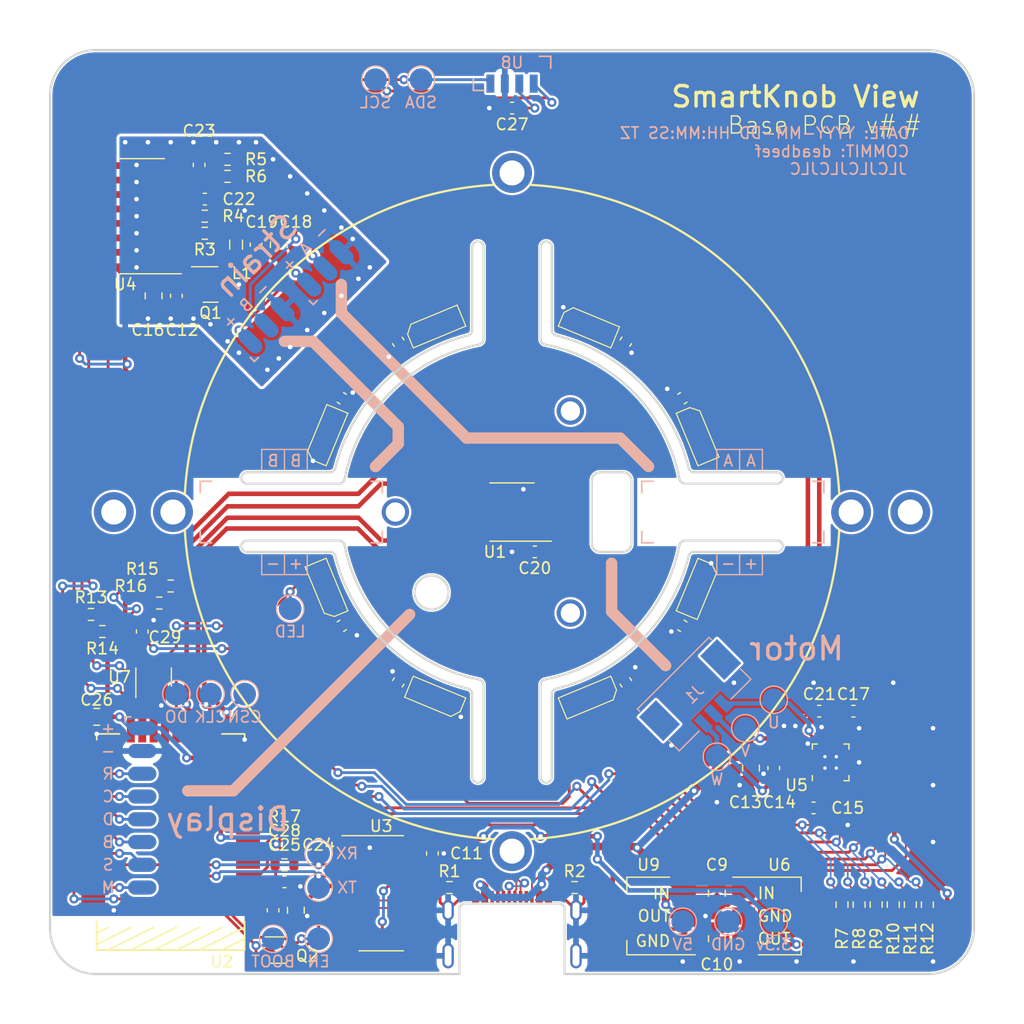
<source format=kicad_pcb>
(kicad_pcb (version 20211014) (generator pcbnew)
  (layers (0 "F.Cu" signal) (31 "B.Cu" signal) (34 "B.Paste" user) (35 "F.Paste" user) (36 "B.SilkS" user "B.Silkscreen") (37 "F.SilkS" user "F.Silkscreen") (38 "B.Mask" user) (39 "F.Mask" user) (44 "Edge.Cuts" user))
  (property "COMMIT_DATE_LONG" "YYYY-MM-DD HH:MM:SS TZ")
  (property "COMMIT_HASH" "deadbeef")
  (property "RELEASE_VERSION" "v#.#")
  (net 0 "")
  (net 1 "GND")
  (net 2 "Net-(D1-Pad3)")
  (net 3 "Net-(D2-Pad3)")
  (net 4 "Net-(D3-Pad3)")
  (net 5 "Net-(D4-Pad3)")
  (net 6 "Net-(D5-Pad3)")
  (net 7 "Net-(D6-Pad3)")
  (net 8 "Net-(D7-Pad3)")
  (net 9 "/USB_CC1")
  (net 10 "/USB_D-")
  (net 11 "/USB_D+")
  (net 12 "/USB_CC2")
  (net 13 "Net-(C15-Pad2)")
  (net 14 "/STRAIN_E+")
  (net 15 "Net-(C21-Pad1)")
  (net 16 "Net-(C22-Pad2)")
  (net 17 "Net-(C23-Pad2)")
  (net 18 "Net-(C23-Pad1)")
  (net 19 "Net-(J1-Pad3)")
  (net 20 "Net-(J1-Pad2)")
  (net 21 "Net-(J1-Pad1)")
  (net 22 "Net-(L1-Pad1)")
  (net 23 "Net-(Q1-Pad1)")
  (net 24 "Net-(R3-Pad2)")
  (net 25 "/STRAIN_S-")
  (net 26 "/STRAIN_S+")
  (net 27 "/RTS")
  (net 28 "/DTR")
  (net 29 "/ESP32_EN")
  (net 30 "/ESP32_BOOT")
  (net 31 "/USB_SERIAL_RXI")
  (net 32 "/USB_SERIAL_TXO")
  (net 33 "/LED_DATA_5V")
  (net 34 "/LCD_CMD")
  (net 35 "/LCD_CS")
  (net 36 "/LCD_BACKLIGHT")
  (net 37 "/LCD_DATA")
  (net 38 "/LCD_SCK")
  (net 39 "/LCD_RST")
  (net 40 "/MAG_DO")
  (net 41 "/MAG_CLK")
  (net 42 "/MAG_CSN")
  (net 43 "/STRAIN_DO")
  (net 44 "/STRAIN_SCK")
  (net 45 "/TMC_UH")
  (net 46 "/TMC_VH")
  (net 47 "/TMC_WH")
  (net 48 "/TMC_UL")
  (net 49 "/TMC_WL")
  (net 50 "/TMC_VL")
  (net 51 "/TMC_DIAG")
  (net 52 "/LED_DATA_3V3")
  (net 53 "/SDA")
  (net 54 "/SCL")
  (net 55 "GNDA")
  (net 89 "+5V")
  (net 90 "+3V3")
  (footprint "Capacitor_SMD:C_0603_1608Metric" (layer "F.Cu") (at 90 114.967 56.2)
    (fp_text reference "C2" hide)
    (fp_text value "0.1uF")
  )
  (footprint "Holes:MountingHole_M1.6" (layer "F.Cu") (at 105.125427 91.1225)
    (fp_text reference "H3" hide)
    (fp_text value "MotorHole")
  )
  (footprint "Holes:MountingHole_M1.6" (layer "F.Cu") (at 105.125427 108.877499)
    (fp_text reference "H1" hide)
    (fp_text value "MotorHole")
  )
  (footprint "Holes:MountingHole_M1.6" (layer "F.Cu") (at 89.749146 100)
    (fp_text reference "H2" hide)
    (fp_text value "MotorHole")
  )
  (footprint "Holes:MountingHole_2.2mm_M2_ISO7380_Pad_NonVirtual" (layer "F.Cu") (at 100 129.8)
    (fp_text reference "H4" hide)
    (fp_text value "MountHole")
  )
  (footprint "Holes:MountingHole_2.2mm_M2_ISO7380_Pad_NonVirtual" (layer "F.Cu") (at 70.2 100)
    (fp_text reference "H5" hide)
    (fp_text value "MountHole")
  )
  (footprint "Holes:MountingHole_2.2mm_M2_ISO7380_Pad_NonVirtual" (layer "F.Cu") (at 100 70.2)
    (fp_text reference "H6" hide)
    (fp_text value "MountHole")
  )
  (footprint "sk6812:SK6812-SIDE-A" (layer "F.Cu") (at 91.735336 115.248051 -22.5)
    (fp_text reference "D2" hide)
    (fp_text value "SK6812SIDE-A")
  )
  (footprint "Holes:MountingHole_2.2mm_M2_ISO7380_Pad_NonVirtual" (layer "F.Cu") (at 129.8 100)
    (fp_text reference "H7" hide)
    (fp_text value "MountHole")
  )
  (footprint "Capacitor_SMD:C_0603_1608Metric" (layer "F.Cu") (at 85.033 110 33.7)
    (fp_text reference "C1" hide)
    (fp_text value "0.1uF")
  )
  (footprint "sk6812:SK6812-SIDE-A" (layer "F.Cu") (at 83.374 104.938 -67.5)
    (fp_text reference "D1" hide)
    (fp_text value "SK6812SIDE-A")
  )
  (footprint "GCT_USB:USB4510_NoPaste" (layer "F.Cu") (at 100 140.6)
    (fp_text reference "J2")
    (fp_text value "USB_C_Receptacle_USB2.0")
    (fp_line (start -4.62 0) (end -4.62 -5.7) (layer "Edge.Cuts") (width 0.2))
    (fp_line (start -4.12 -6.2) (end 4.12 -6.2) (layer "Edge.Cuts") (width 0.2))
    (fp_line (start 4.62 0) (end 4.62 -5.7) (layer "Edge.Cuts") (width 0.2))
    (fp_arc (start -4.62 -5.7) (mid -4.473553 -6.053553) (end -4.12 -6.2) (layer "Edge.Cuts") (width 0.2))
    (fp_arc (start 4.12 -6.2) (mid 4.473553 -6.053553) (end 4.62 -5.7) (layer "Edge.Cuts") (width 0.2))
  )
  (footprint "Resistor_SMD:R_0603_1608Metric" (layer "F.Cu") (at 94.5 133 180)
    (fp_text reference "R1")
    (fp_text value "5.1k")
  )
  (footprint "Resistor_SMD:R_0603_1608Metric" (layer "F.Cu") (at 105.5 133)
    (fp_text reference "R2")
    (fp_text value "5.1k")
  )
  (footprint "lilygo_micro32:T-Micro32" (layer "F.Cu") (at 76.5 135 180)
    (fp_text reference "U2")
    (fp_text value "T-Micro32_Plus")
  )
  (footprint "Capacitor_SMD:C_0603_1608Metric" (layer "F.Cu") (at 93 130 -90)
    (fp_text reference "C11")
    (fp_text value "0.1uF")
  )
  (footprint "Capacitor_SMD:C_0805_2012Metric" (layer "F.Cu") (at 121 122.5 -90)
    (fp_text reference "C13")
    (fp_text value "22uF")
  )
  (footprint "Capacitor_SMD:C_0603_1608Metric" (layer "F.Cu") (at 123 122.5 -90)
    (fp_text reference "C14")
    (fp_text value "0.1uF")
  )
  (footprint "Capacitor_SMD:C_0603_1608Metric" (layer "F.Cu") (at 126.5 126)
    (fp_text reference "C15")
    (fp_text value "0.1uF")
  )
  (footprint "Capacitor_SMD:C_0805_2012Metric" (layer "F.Cu") (at 68.5 81 -90)
    (fp_text reference "C16")
    (fp_text value "10uF")
  )
  (footprint "Capacitor_SMD:C_0603_1608Metric" (layer "F.Cu") (at 130 117.5)
    (fp_text reference "C17")
    (fp_text value "0.1uF")
  )
  (footprint "Capacitor_SMD:C_0805_2012Metric" (layer "F.Cu") (at 79.5 76.5 90)
    (fp_text reference "C18")
    (fp_text value "10uF")
  )
  (footprint "Capacitor_SMD:C_0603_1608Metric" (layer "F.Cu") (at 73 72.5 180)
    (fp_text reference "C22")
    (fp_text value "0.1uF")
  )
  (footprint "Package_TO_SOT_SMD:SOT-23" (layer "F.Cu") (at 73.5 80)
    (fp_text reference "Q1")
    (fp_text value "MMBT4403")
  )
  (footprint "Resistor_SMD:R_0603_1608Metric" (layer "F.Cu") (at 73 74)
    (fp_text reference "R4")
    (fp_text value "8.2k")
  )
  (footprint "Resistor_SMD:R_0603_1608Metric" (layer "F.Cu") (at 75 70.5)
    (fp_text reference "R5")
    (fp_text value "100")
  )
  (footprint "Modified:SOT-223-3_TabPin2_InGndOut" (layer "F.Cu") (at 123.5 135.5)
    (fp_text reference "U6")
    (fp_text value "AP2114HA-3.3")
  )
  (footprint "Capacitor_SMD:C_0805_2012Metric" (layer "F.Cu") (at 63.5 118 180)
    (fp_text reference "C26")
    (fp_text value "10uF")
  )
  (footprint "Package_TO_SOT_SMD:SOT-363_SC-70-6" (layer "F.Cu") (at 79.5 138.5)
    (fp_text reference "Q2")
    (fp_text value "UMH3N")
  )
  (footprint "view_custom:ViewKeepouts3d" (layer "F.Cu") (at 100 100)
    (fp_text reference "Z5" hide)
    (fp_text value "dummy_keepouts")
  )
  (footprint "Package_SO:SOIC-16_3.9x9.9mm_P1.27mm" (layer "F.Cu") (at 88.5 133.5)
    (fp_text reference "U3")
    (fp_text value "CH340C")
  )
  (footprint "Capacitor_SMD:C_0603_1608Metric" (layer "F.Cu") (at 70.5 81 -90)
    (fp_text reference "C12")
    (fp_text value "0.1uF")
  )
  (footprint "Package_TO_SOT_SMD:SOT-23-5" (layer "F.Cu") (at 68.5 114.5 90)
    (fp_text reference "U7")
    (fp_text value "SN74LV1T34DBV")
  )
  (footprint "Capacitor_SMD:C_0603_1608Metric" (layer "F.Cu") (at 90 85.033 -56.3)
    (fp_text reference "C7" hide)
    (fp_text value "0.1uF")
  )
  (footprint "sk6812:SK6812-SIDE-A" (layer "F.Cu") (at 95.062 83.374 -157.5)
    (fp_text reference "D7" hide)
    (fp_text value "SK6812SIDE-A")
  )
  (footprint "sk6812:SK6812-SIDE-A" (layer "F.Cu") (at 84.751949 91.735336 -112.5)
    (fp_text reference "D8" hide)
    (fp_text value "SK6812SIDE-A")
  )
  (footprint "Capacitor_SMD:C_0603_1608Metric" (layer "F.Cu") (at 85.033 90 -33.8)
    (fp_text reference "C8" hide)
    (fp_text value "0.1uF")
  )
  (footprint "Inductor_SMD:L_0805_2012Metric" (layer "F.Cu") (at 75.75 76.5 -90)
    (fp_text reference "L1")
    (fp_text value "3.3uH")
  )
  (footprint "Modified:QFN-20-1EP_3x3mm_P0.4mm_EP1.65x1.65mm_ThermalVias_LargerViaHoles" (layer "F.Cu") (at 128 122 90)
    (fp_text reference "U5")
    (fp_text value "TMC6300")
  )
  (footprint "Capacitor_SMD:C_0603_1608Metric" (layer "F.Cu") (at 100 64.5 180)
    (fp_text reference "C27")
    (fp_text value "0.1uF")
  )
  (footprint "Capacitor_SMD:C_0603_1608Metric" (layer "F.Cu") (at 127 117.5 180)
    (fp_text reference "C21")
    (fp_text value "0.1uF")
  )
  (footprint "Resistor_SMD:R_0603_1608Metric" (layer "F.Cu") (at 70 106.5 180)
    (fp_text reference "R16")
    (fp_text value "2.2k")
  )
  (footprint "Package_SO:SOIC-8_3.9x4.9mm_P1.27mm" (layer "F.Cu") (at 100 100 180)
    (fp_text reference "U1")
    (fp_text value "MT6701-CT")
  )
  (footprint "Capacitor_SMD:C_0603_1608Metric" (layer "F.Cu") (at 102 103.5 180)
    (fp_text reference "C20")
    (fp_text value "0.1uF")
  )
  (footprint "Capacitor_SMD:C_0603_1608Metric" (layer "F.Cu") (at 67.5 110.5 90)
    (fp_text reference "C29")
    (fp_text value "0.1uF")
  )
  (footprint "Resistor_SMD:R_0603_1608Metric" (layer "F.Cu") (at 69 108)
    (fp_text reference "R15")
    (fp_text value "2.2k")
  )
  (footprint "Resistor_SMD:R_0603_1608Metric" (layer "F.Cu") (at 64 110.5 180)
    (fp_text reference "R14")
    (fp_text value "2.2k")
  )
  (footprint "Resistor_SMD:R_0603_1608Metric" (layer "F.Cu") (at 63 109 180)
    (fp_text reference "R13")
    (fp_text value "2.2k")
  )
  (footprint "Package_SO:SOIC-16_3.9x9.9mm_P1.27mm" (layer "F.Cu") (at 67.5 74 180)
    (fp_text reference "U4")
    (fp_text value "HX711")
  )
  (footprint "Resistor_SMD:R_0603_1608Metric" (layer "F.Cu") (at 75 69 180)
    (fp_text reference "R6")
    (fp_text value "100")
  )
  (footprint "Capacitor_SMD:C_0603_1608Metric" (layer "F.Cu") (at 77.5 76.5 90)
    (fp_text reference "C19")
    (fp_text value "0.1uF")
  )
  (footprint "Resistor_SMD:R_0603_1608Metric" (layer "F.Cu") (at 73 75.5 180)
    (fp_text reference "R3")
    (fp_text value "10k")
  )
  (footprint "Capacitor_SMD:C_0603_1608Metric" (layer "F.Cu") (at 72.5 69.5 -90)
    (fp_text reference "C23")
    (fp_text value "0.1uF")
  )
  (footprint "Resistor_SMD:R_0603_1608Metric" (layer "F.Cu") (at 129 134.5 -90)
    (fp_text reference "R7")
    (fp_text value "10k")
  )
  (footprint "Resistor_SMD:R_0603_1608Metric" (layer "F.Cu") (at 130.5 134.5 -90)
    (fp_text reference "R8")
    (fp_text value "10k")
  )
  (footprint "Resistor_SMD:R_0603_1608Metric" (layer "F.Cu") (at 136.5 134.5 -90)
    (fp_text reference "R12")
    (fp_text value "10k")
  )
  (footprint "Resistor_SMD:R_0603_1608Metric" (layer "F.Cu") (at 132 134.5 -90)
    (fp_text reference "R9")
    (fp_text value "10k")
  )
  (footprint "Resistor_SMD:R_0603_1608Metric" (layer "F.Cu") (at 133.5 134.5 -90)
    (fp_text reference "R10")
    (fp_text value "10k")
  )
  (footprint "Resistor_SMD:R_0603_1608Metric" (layer "F.Cu") (at 135 134.5 -90)
    (fp_text reference "R11")
    (fp_text value "10k")
  )
  (footprint "Resistor_SMD:R_0603_1608Metric" (layer "F.Cu") (at 80 131 180)
    (fp_text reference "R17")
    (fp_text value "10k")
  )
  (footprint "Capacitor_SMD:C_0603_1608Metric" (layer "F.Cu") (at 80 132.5)
    (fp_text reference "C28")
    (fp_text value "1uF")
  )
  (footprint "Capacitor_SMD:C_0603_1608Metric" (layer "F.Cu") (at 79 135 -90)
    (fp_text reference "C25")
    (fp_text value "0.1uF")
  )
  (footprint "Capacitor_SMD:C_0805_2012Metric" (layer "F.Cu") (at 118 137.5 90)
    (fp_text reference "C10")
    (fp_text value "10uF")
  )
  (footprint "Capacitor_SMD:C_0805_2012Metric" (layer "F.Cu") (at 118 133.5 -90)
    (fp_text reference "C9")
    (fp_text value "10uF")
  )
  (footprint "BOM_Only:bom_only_no_pin" (layer "F.Cu") (at 120.4 71.8)
    (fp_text reference "Z6")
    (fp_text value "RotorScrew (BOM-only)")
  )
  (footprint "BOM_Only:bom_only_no_pin" (layer "F.Cu") (at 121.9 71.8)
    (fp_text reference "Z7")
    (fp_text value "RotorScrew (BOM-only)")
  )
  (footprint "BOM_Only:bom_only_no_pin" (layer "F.Cu") (at 123.4 71.8)
    (fp_text reference "Z8")
    (fp_text value "RotorScrew (BOM-only)")
  )
  (footprint "BOM_Only:bom_only_no_pin" (layer "F.Cu") (at 120.4 71.8)
    (fp_text reference "Z9")
    (fp_text value "WatchGlass39.5mm")
  )
  (footprint "BOM_Only:bom_only_no_pin" (layer "F.Cu") (at 121.9 71.8)
    (fp_text reference "Z10")
    (fp_text value "BLDCMotor")
  )
  (footprint "Holes:MountingHole_2.2mm_M2_ISO7380_Pad_NonVirtual" (layer "F.Cu") (at 135 100)
    (fp_text reference "H8" hide)
    (fp_text value "AlignmentHole")
  )
  (footprint "Holes:MountingHole_2.2mm_M2_ISO7380_Pad_NonVirtual" (layer "F.Cu") (at 65 100)
    (fp_text reference "H9" hide)
    (fp_text value "AlignmentHole")
  )
  (footprint "Capacitor_SMD:C_0805_2012Metric" (layer "F.Cu") (at 81 135 -90)
    (fp_text reference "C24")
    (fp_text value "10uF")
  )
  (footprint "Capacitor_SMD:C_0603_1608Metric" (layer "F.Cu") (at 114.967 90 -146.3)
    (fp_text reference "C5" hide)
    (fp_text value "0.1uF")
  )
  (footprint "sk6812:SK6812-SIDE-A" (layer "F.Cu") (at 116.626 95.062 112.5)
    (fp_text reference "D5" hide)
    (fp_text value "SK6812SIDE-A")
  )
  (footprint "Capacitor_SMD:C_0603_1608Metric" (layer "F.Cu") (at 110 114.967 123.7)
    (fp_text reference "C3" hide)
    (fp_text value "0.1uF")
  )
  (footprint "Modified:SOT-223-3_TabPin2_GndOutIn" (layer "F.Cu") (at 112 135.5 180)
    (fp_text reference "U9")
    (fp_text value "TS1117BCW33_RPG")
  )
  (footprint "Capacitor_SMD:C_0603_1608Metric" (layer "F.Cu") (at 110 85.033 -123.8)
    (fp_text reference "C6" hide)
    (fp_text value "0.1uF")
  )
  (footprint "sk6812:SK6812-SIDE-A" (layer "F.Cu") (at 108.264664 84.751949 157.5)
    (fp_text reference "D6" hide)
    (fp_text value "SK6812SIDE-A")
  )
  (footprint "sk6812:SK6812-SIDE-A" (layer "F.Cu") (at 115.248051 108.264664 67.5)
    (fp_text reference "D4" hide)
    (fp_text value "SK6812SIDE-A")
  )
  (footprint "Capacitor_SMD:C_0603_1608Metric" (layer "F.Cu") (at 114.967 110 146.2)
    (fp_text reference "C4" hide)
    (fp_text value "0.1uF")
  )
  (footprint "sk6812:SK6812-SIDE-A" (layer "F.Cu") (at 104.938 116.626 22.5)
    (fp_text reference "D3" hide)
    (fp_text value "SK6812SIDE-A")
  )
  (footprint "strain:BF350-3AA" (layer "B.Cu") (at 76.8 100 -90)
    (fp_text reference "Z4")
    (fp_text value "BF350-3AA Strain Gauge")
  )
  (footprint "strain:BF350-3AA" (layer "B.Cu") (at 115.6 100 -90)
    (fp_text reference "Z1")
    (fp_text value "BF350-3AA Strain Gauge")
  )
  (footprint "strain:BF350-3AA" (layer "B.Cu") (at 84.4 100 90)
    (fp_text reference "Z3")
    (fp_text value "BF350-3AA Strain Gauge")
  )
  (footprint "SolderPads:SolderPads_2mm_8" (layer "B.Cu") (at 67.5 119 -90)
    (fp_text reference "J3" hide)
    (fp_text value "LCD")
  )
  (footprint "SolderPads:SolderPads_2mm_3_STRAIN" (layer "B.Cu") (at 82.171573 80 45)
    (fp_text reference "J4" hide)
    (fp_text value "A")
  )
  (footprint "strain:BF350-3AA" (layer "B.Cu") (at 123.2 100 90)
    (fp_text reference "Z2")
    (fp_text value "BF350-3AA Strain Gauge")
  )
  (footprint "VEML7700:VEML7700-TOP" (layer "B.Cu") (at 100 61 180)
    (fp_text reference "U8")
    (fp_text value "VEML7700")
  )
  (footprint "SolderPads:SolderPads_2mm_3_STRAIN" (layer "B.Cu") (at 77 85 45)
    (fp_text reference "J5" hide)
    (fp_text value "B")
  )
  (footprint "Molex:532610371" (layer "B.Cu") (at 116.816 118.584 45)
    (fp_text reference "J1")
    (fp_text value "BLDC")
  )
  (footprint "Modified:TestPoint_Pad_D2.0mm_ValueSilk" (layer "B.Cu") (at 115 136)
    (fp_text reference "TP1" hide)
    (fp_text value "5V" hide)
  )
  (footprint "Modified:TestPoint_Pad_D2.0mm_ValueSilk" (layer "B.Cu") (at 123 136)
    (fp_text reference "TP2" hide)
    (fp_text value "3.3v" hide)
  )
  (footprint "Modified:TestPoint_Pad_D2.0mm_ValueSilk" (layer "B.Cu") (at 119 136)
    (fp_text reference "TP3" hide)
    (fp_text value "GND" hide)
  )
  (footprint "Modified:TestPoint_Pad_D2.0mm_ValueSilk" (layer "B.Cu") (at 92 62)
    (fp_text reference "TP4" hide)
    (fp_text value "SDA" hide)
  )
  (footprint "Modified:TestPoint_Pad_D2.0mm_ValueSilk" (layer "B.Cu") (at 88 62)
    (fp_text reference "TP5" hide)
    (fp_text value "SCL" hide)
  )
  (footprint "Modified:TestPoint_Pad_D2.0mm_ValueSilk" (layer "B.Cu") (at 123 116.5)
    (fp_text reference "TP6" hide)
    (fp_text value "U" hide)
  )
  (footprint "Modified:TestPoint_Pad_D2.0mm_ValueSilk" (layer "B.Cu") (at 120.5 119)
    (fp_text reference "TP7" hide)
    (fp_text value "V" hide)
  )
  (footprint "Modified:TestPoint_Pad_D2.0mm_ValueSilk" (layer "B.Cu") (at 118 121.5)
    (fp_text reference "TP8" hide)
    (fp_text value "W" hide)
  )
  (footprint "Modified:TestPoint_Pad_D2.0mm_ValueSilk" (layer "B.Cu") (at 76.5 116)
    (fp_text reference "TP9" hide)
    (fp_text value "CSN" hide)
  )
  (footprint "Modified:TestPoint_Pad_D2.0mm_ValueSilk" (layer "B.Cu") (at 70.5 116)
    (fp_text reference "TP11" hide)
    (fp_text value "DO" hide)
  )
  (footprint "Modified:TestPoint_Pad_D2.0mm_ValueSilk" (layer "B.Cu") (at 80.5 108.5)
    (fp_text reference "TP12" hide)
    (fp_text value "LED" hide)
  )
  (footprint "Modified:TestPoint_Pad_D2.0mm_ValueSilk" (layer "B.Cu") (at 73.5 116)
    (fp_text reference "TP10" hide)
    (fp_text value "CLK" hide)
  )
  (footprint "Modified:TestPoint_Pad_D2.0mm_ValueSilk" (layer "B.Cu") (at 83 137.5)
    (fp_text reference "TP13" hide)
    (fp_text value "EN" hide)
  )
  (footprint "Modified:TestPoint_Pad_D2.0mm_ValueSilk" (layer "B.Cu") (at 79 137.5)
    (fp_text reference "TP14" hide)
    (fp_text value "BOOT" hide)
  )
  (footprint "Modified:TestPoint_Pad_D2.0mm_ValueSilk" (layer "B.Cu") (at 83 133 180)
    (fp_text reference "TP15" hide)
    (fp_text value "TX" hide)
  )
  (footprint "Modified:TestPoint_Pad_D2.0mm_ValueSilk" (layer "B.Cu") (at 83 130 180)
    (fp_text reference "TP16" hide)
    (fp_text value "RX" hide)
  )
  (footprint "NetTie:NetTie-2_SMD_Pad0.5mm" (layer "B.Cu") (at 66 83.6 -90)
    (fp_text reference "NT1" hide)
    (fp_text value "NetTie_2")
  )
  (gr_line (start 78 96.3) (end 78 94.5) (layer "B.SilkS") (width 0.12))
  (gr_line (start 78 103.7) (end 78 105.5) (layer "B.SilkS") (width 0.12))
  (gr_line (start 80 96.3) (end 80 94.5) (layer "B.SilkS") (width 0.12))
  (gr_line (start 82 105.5) (end 82 103.7) (layer "B.SilkS") (width 0.12))
  (gr_line (start 78 105.5) (end 82 105.5) (layer "B.SilkS") (width 0.12))
  (gr_line (start 78 94.5) (end 82 94.5) (layer "B.SilkS") (width 0.12))
  (gr_line (start 82 94.5) (end 82 96.3) (layer "B.SilkS") (width 0.12))
  (gr_line (start 80 105.5) (end 80 103.7) (layer "B.SilkS") (width 0.12))
  (gr_line (start 90 94) (end 90 92.5) (layer "B.SilkS") (width 1))
  (gr_line (start 96 93.5) (end 85 82.5) (layer "B.SilkS") (width 1))
  (gr_line (start 75.5 124.5) (end 71.5 124.5) (layer "B.SilkS") (width 1))
  (gr_line (start 118 96.3) (end 118 94.5) (layer "B.SilkS") (width 0.12))
  (gr_line (start 118 94.5) (end 122 94.5) (layer "B.SilkS") (width 0.12))
  (gr_line (start 88 96) (end 90 94) (layer "B.SilkS") (width 1))
  (gr_line (start 122 94.5) (end 122 96.3) (layer "B.SilkS") (width 0.12))
  (gr_line (start 109.5 93.5) (end 96 93.5) (layer "B.SilkS") (width 1))
  (gr_line (start 90 92.5) (end 82.5 85) (layer "B.SilkS") (width 1))
  (gr_line (start 112 96) (end 109.5 93.5) (layer "B.SilkS") (width 1))
  (gr_line (start 108.75 104.5) (end 108.75 108.75) (layer "B.SilkS") (width 1))
  (gr_line (start 120 96.3) (end 120 94.5) (layer "B.SilkS") (width 0.12))
  (gr_line (start 108.75 108.75) (end 113.5 113.5) (layer "B.SilkS") (width 1))
  (gr_line (start 118 103.7) (end 118 105.5) (layer "B.SilkS") (width 0.12))
  (gr_line (start 122 105.5) (end 122 103.7) (layer "B.SilkS") (width 0.12))
  (gr_line (start 85 82.5) (end 85 80) (layer "B.SilkS") (width 1))
  (gr_line (start 120 105.5) (end 120 103.7) (layer "B.SilkS") (width 0.12))
  (gr_line (start 91 109) (end 75.5 124.5) (layer "B.SilkS") (width 1))
  (gr_line (start 82.5 85) (end 80 85) (layer "B.SilkS") (width 1))
  (gr_line (start 118 105.5) (end 122 105.5) (layer "B.SilkS") (width 0.12))
  (gr_arc (start 98.452153 128.758375) (mid 79.64214 120.371488) (end 71.242667 101.567092) (layer "F.SilkS") (width 0.2))
  (gr_arc (start 128.758375 101.547847) (mid 120.371488 120.35786) (end 101.567092 128.757333) (layer "F.SilkS") (width 0.2))
  (gr_arc (start 101.547847 71.241625) (mid 120.35786 79.628512) (end 128.757333 98.432908) (layer "F.SilkS") (width 0.2))
  (gr_arc (start 71.241625 98.452153) (mid 79.628512 79.64214) (end 98.432908 71.242667) (layer "F.SilkS") (width 0.2))
  (gr_line (start 84.793094 102.499999) (end 76.709801 102.499999) (layer "Edge.Cuts") (width 0.2))
  (gr_line (start 96.5 116.00781) (end 96.5 123.290199) (layer "Edge.Cuts") (width 0.2))
  (gr_line (start 97.5 123.290199) (end 97.500001 115.206906) (layer "Edge.Cuts") (width 0.2))
  (gr_arc (start 103.499999 116.00781) (mid 103.605914 115.700081) (end 103.878787 115.522725) (layer "Edge.Cuts") (width 0.2))
  (gr_arc (start 97.5 123.290199) (mid 97 123.790199) (end 96.5 123.290199) (layer "Edge.Cuts") (width 0.2))
  (gr_arc (start 114.71636 102.903226) (mid 110.606601 110.606601) (end 102.903225 114.71636) (layer "Edge.Cuts") (width 0.2))
  (gr_arc (start 114.716361 102.903226) (mid 114.889406 102.613745) (end 115.206906 102.5) (layer "Edge.Cuts") (width 0.2))
  (gr_arc (start 115.522725 103.878788) (mid 111.313708 111.313709) (end 103.878787 115.522725) (layer "Edge.Cuts") (width 0.2))
  (gr_arc (start 110.499999 102.75) (mid 110.280329 103.28033) (end 109.749999 103.5) (layer "Edge.Cuts") (width 0.2))
  (gr_arc (start 115.522726 103.878787) (mid 115.700082 103.605915) (end 116.00781 103.5) (layer "Edge.Cuts") (width 0.2))
  (gr_line (start 110.499999 102.75) (end 110.499999 97.250001) (layer "Edge.Cuts") (width 0.2))
  (gr_arc (start 123.290199 96.500001) (mid 123.790199 97.000001) (end 123.290199 97.500001) (layer "Edge.Cuts") (width 0.2))
  (gr_arc (start 103.499999 123.290199) (mid 102.999999 123.790199) (end 102.499999 123.290199) (layer "Edge.Cuts") (width 0.2))
  (gr_line (start 103.499999 123.290199) (end 103.499999 116.00781) (layer "Edge.Cuts") (width 0.2))
  (gr_arc (start 109.749999 96.500001) (mid 110.280329 96.719671) (end 110.499999 97.250001) (layer "Edge.Cuts") (width 0.2))
  (gr_line (start 109.749999 96.500001) (end 107.749999 96.500001) (layer "Edge.Cuts") (width 0.2))
  (gr_arc (start 106.999999 97.250001) (mid 107.219669 96.719671) (end 107.749999 96.500001) (layer "Edge.Cuts") (width 0.2))
  (gr_line (start 106.999999 97.250001) (end 106.999999 102.75) (layer "Edge.Cuts") (width 0.2))
  (gr_circle (center 92.928933 107.071067) (end 94.428933 107.071067) (layer "Edge.Cuts") (width 0.2) (fill none))
  (gr_line (start 116.00781 103.5) (end 123.290199 103.5) (layer "Edge.Cuts") (width 0.2))
  (gr_arc (start 107.749999 103.5) (mid 107.219669 103.28033) (end 106.999999 102.75) (layer "Edge.Cuts") (width 0.2))
  (gr_arc (start 102.903226 85.28364) (mid 110.606601 89.393399) (end 114.71636 97.096775) (layer "Edge.Cuts") (width 0.2))
  (gr_line (start 115.206906 97.500001) (end 123.290199 97.500001) (layer "Edge.Cuts") (width 0.2))
  (gr_arc (start 96.121212 115.522725) (mid 88.686291 111.313708) (end 84.477275 103.878787) (layer "Edge.Cuts") (width 0.2))
  (gr_arc (start 115.206906 97.500002) (mid 114.889405 97.386257) (end 114.71636 97.096775) (layer "Edge.Cuts") (width 0.2))
  (gr_arc (start 102.499998 115.206906) (mid 102.613743 114.889405) (end 102.903225 114.71636) (layer "Edge.Cuts") (width 0.2))
  (gr_arc (start 140.6 136.599999) (mid 139.428427 139.428426) (end 136.6 140.599999) (layer "Edge.Cuts") (width 0.2))
  (gr_line (start 123.290199 102.5) (end 115.206906 102.5) (layer "Edge.Cuts") (width 0.2))
  (gr_arc (start 76.709801 103.499999) (mid 76.209801 102.999999) (end 76.709801 102.499999) (layer "Edge.Cuts") (width 0.2))
  (gr_arc (start 97.096774 114.71636) (mid 89.393399 110.606601) (end 85.28364 102.903225) (layer "Edge.Cuts") (width 0.2))
  (gr_arc (start 83.99219 103.499999) (mid 84.299919 103.605914) (end 84.477275 103.878787) (layer "Edge.Cuts") (width 0.2))
  (gr_arc (start 97.096774 114.71636) (mid 97.386256 114.889405) (end 97.500001 115.206906) (layer "Edge.Cuts") (width 0.2))
  (gr_line (start 76.709801 103.499999) (end 83.99219 103.499999) (layer "Edge.Cuts") (width 0.2))
  (gr_line (start 102.499999 115.206906) (end 102.499999 123.290199) (layer "Edge.Cuts") (width 0.2))
  (gr_arc (start 84.793094 102.499998) (mid 85.110595 102.613743) (end 85.28364 102.903225) (layer "Edge.Cuts") (width 0.2))
  (gr_line (start 107.749999 103.5) (end 109.749999 103.5) (layer "Edge.Cuts") (width 0.2))
  (gr_arc (start 102.903226 85.283639) (mid 102.613745 85.110594) (end 102.5 84.793094) (layer "Edge.Cuts") (width 0.2))
  (gr_line (start 123.290199 96.500001) (end 116.00781 96.500001) (layer "Edge.Cuts") (width 0.2))
  (gr_arc (start 123.290199 102.5) (mid 123.790199 103) (end 123.290199 103.5) (layer "Edge.Cuts") (width 0.2))
  (gr_arc (start 96.121213 115.522726) (mid 96.394085 115.700082) (end 96.5 116.00781) (layer "Edge.Cuts") (width 0.2))
  (gr_arc (start 59.400001 63.4) (mid 60.571574 60.571573) (end 63.400001 59.4) (layer "Edge.Cuts") (width 0.2))
  (gr_arc (start 136.6 59.4) (mid 139.428427 60.571573) (end 140.6 63.4) (layer "Edge.Cuts") (width 0.2))
  (gr_line (start 59.400001 136.599999) (end 59.400001 63.4) (layer "Edge.Cuts") (width 0.2))
  (gr_line (start 136.6 140.599999) (end 104.619999 140.6) (layer "Edge.Cuts") (width 0.2))
  (gr_line (start 95.38 140.6) (end 63.400001 140.599999) (layer "Edge.Cuts") (width 0.2))
  (gr_arc (start 63.400001 140.599999) (mid 60.571574 139.428426) (end 59.400001 136.599999) (layer "Edge.Cuts") (width 0.2))
  (gr_line (start 140.6 63.4) (end 140.6 136.599999) (layer "Edge.Cuts") (width 0.2))
  (gr_line (start 63.400001 59.4) (end 136.6 59.4) (layer "Edge.Cuts") (width 0.2))
  (gr_arc (start 97.500002 84.793094) (mid 97.386257 85.110595) (end 97.096775 85.28364) (layer "Edge.Cuts") (width 0.2))
  (gr_arc (start 103.878788 84.477275) (mid 111.313709 88.686292) (end 115.522725 96.121213) (layer "Edge.Cuts") (width 0.2))
  (gr_arc (start 103.878787 84.477274) (mid 103.605915 84.299918) (end 103.5 83.99219) (layer "Edge.Cuts") (width 0.2))
  (gr_arc (start 102.5 76.709801) (mid 103 76.209801) (end 103.5 76.709801) (layer "Edge.Cuts") (width 0.2))
  (gr_line (start 83.99219 96.5) (end 76.709801 96.5) (layer "Edge.Cuts") (width 0.2))
  (gr_line (start 102.5 76.709801) (end 102.5 84.793094) (layer "Edge.Cuts") (width 0.2))
  (gr_arc (start 116.00781 96.500001) (mid 115.700081 96.394086) (end 115.522725 96.121213) (layer "Edge.Cuts") (width 0.2))
  (gr_arc (start 85.28364 97.096774) (mid 89.393399 89.393399) (end 97.096775 85.28364) (layer "Edge.Cuts") (width 0.2))
  (gr_line (start 96.500001 76.709801) (end 96.500001 83.99219) (layer "Edge.Cuts") (width 0.2))
  (gr_line (start 103.5 83.99219) (end 103.5 76.709801) (layer "Edge.Cuts") (width 0.2))
  (gr_line (start 76.709801 97.5) (end 84.793094 97.5) (layer "Edge.Cuts") (width 0.2))
  (gr_arc (start 96.500001 83.99219) (mid 96.394086 84.299919) (end 96.121213 84.477275) (layer "Edge.Cuts") (width 0.2))
  (gr_arc (start 84.477275 96.121212) (mid 88.686292 88.686291) (end 96.121213 84.477275) (layer "Edge.Cuts") (width 0.2))
  (gr_arc (start 76.709801 97.5) (mid 76.209801 97) (end 76.709801 96.5) (layer "Edge.Cuts") (width 0.2))
  (gr_arc (start 85.283638 97.096775) (mid 85.110593 97.386256) (end 84.793094 97.5) (layer "Edge.Cuts") (width 0.2))
  (gr_line (start 97.500001 84.793094) (end 97.500001 76.709801) (layer "Edge.Cuts") (width 0.2))
  (gr_arc (start 96.500001 76.709801) (mid 97.000001 76.209801) (end 97.500001 76.709801) (layer "Edge.Cuts") (width 0.2))
  (gr_arc (start 84.477274 96.121213) (mid 84.299918 96.394085) (end 83.99219 96.5) (layer "Edge.Cuts") (width 0.2))
  (gr_text "B" (at 79 95.5) (layer "B.SilkS") (effects (font (size 1 1)) (justify mirror)))
  (gr_text "B" (at 81 95.5) (layer "B.SilkS") (effects (font (size 1 1)) (justify mirror)))
  (gr_text "-" (at 79 104.5) (layer "B.SilkS") (effects (font (size 1 1)) (justify mirror)))
  (gr_text "+" (at 81 104.5) (layer "B.SilkS") (effects (font (size 1 1)) (justify mirror)))
  (gr_text "Motor" (at 125 112) (layer "B.SilkS") (effects (font (size 2 2) (thickness 0.3)) (justify mirror)))
  (gr_text "Display" (at 75 127) (layer "B.SilkS") (effects (font (size 2 2) (thickness 0.3)) (justify mirror)))
  (gr_text "JLCJLCJLCJLC" (at 129.54 69.85) (layer "B.SilkS") (effects (font (size 1 1)) (justify mirror)))
  (gr_text "S" (at 64.5 131) (layer "B.SilkS") (effects (font (size 1 1)) (justify mirror)))
  (gr_text "C" (at 64.5 125) (layer "B.SilkS") (effects (font (size 1 1)) (justify mirror)))
  (gr_text "M" (at 64.5 133) (layer "B.SilkS") (effects (font (size 1 1)) (justify mirror)))
  (gr_text "DATE: ${COMMIT_DATE_LONG}\nCOMMIT: ${COMMIT_HASH}\n" (at 135 67.5) (layer "B.SilkS") (effects (font (size 1 1)) (justify left mirror)))
  (gr_text "+" (at 121 104.5) (layer "B.SilkS") (effects (font (size 1 1)) (justify mirror)))
  (gr_text "A" (at 121 95.5) (layer "B.SilkS") (effects (font (size 1 1)) (justify mirror)))
  (gr_text "+" (at 64.5 119) (layer "B.SilkS") (effects (font (size 1 1)) (justify mirror)))
  (gr_text "R" (at 64.5 123) (layer "B.SilkS") (effects (font (size 1 1)) (justify mirror)))
  (gr_text "B" (at 64.5 129) (layer "B.SilkS") (effects (font (size 1 1)) (justify mirror)))
  (gr_text "A" (at 119 95.5) (layer "B.SilkS") (effects (font (size 1 1)) (justify mirror)))
  (gr_text "-" (at 119 104.5) (layer "B.SilkS") (effects (font (size 1 1)) (justify mirror)))
  (gr_text "D" (at 64.5 127) (layer "B.SilkS") (effects (font (size 1 1)) (justify mirror)))
  (gr_text "-" (at 64.5 121) (layer "B.SilkS") (effects (font (size 1 1)) (justify mirror)))
  (gr_text "Strain" (at 77.5 77.5 45) (layer "B.SilkS") (effects (font (size 2 2) (thickness 0.3)) (justify mirror)))
  (gr_text "Base PCB ${RELEASE_VERSION}" (at 136 66) (layer "F.SilkS") (effects (font (size 1.5 1.5) (thickness 0.12)) (justify right)))
  (gr_text "SmartKnob View" (at 136 63.5) (layer "F.SilkS") (effects (font (size 1.8 1.8) (thickness 0.3)) (justify right)))
  (segment (start 104.938698 82.438698) (end 104.5 82) (width 0.25) (layer "F.Cu") (net 1))
  (segment (start 114.322987 109.568871) (end 114.322987 110.177013) (width 0.25) (layer "F.Cu") (net 1))
  (segment (start 104.938698 83.374289) (end 104.938698 82.438698) (width 0.25) (layer "F.Cu") (net 1))
  (segment (start 114.322987 110.177013) (end 114 110.5) (width 0.25) (layer "F.Cu") (net 1))
  (segment (start 108.263966 115.24834) (end 108.643892 115.24834) (width 0.25) (layer "F.Cu") (net 1))
  (segment (start 108.643892 115.24834) (end 109.569996 114.322236) (width 0.25) (layer "F.Cu") (net 1))
  (segment (start 110.145089 114.322236) (end 110.828626 113.638699) (width 0.25) (layer "F.Cu") (net 1))
  (segment (start 109.569996 114.322236) (end 110.145089 114.322236) (width 0.25) (layer "F.Cu") (net 1))
  (segment (start 101.095 98.095) (end 101 98) (width 0.25) (layer "F.Cu") (net 1))
  (segment (start 101.225 103.5) (end 100 103.5) (width 0.25) (layer "F.Cu") (net 1))
  (segment (start 102.475 98.095) (end 101.095 98.095) (width 0.25) (layer "F.Cu") (net 1))
  (segment (start 62.55 118) (end 62.55 118.55) (width 0.65) (layer "F.Cu") (net 1))
  (segment (start 95.061302 116.625711) (end 95.061302 117.561302) (width 0.25) (layer "F.Cu") (net 1))
  (segment (start 93 130.775) (end 93.225 130.775) (width 0.25) (layer "F.Cu") (net 1))
  (segment (start 89.854911 85.677764) (end 89.171374 86.361301) (width 0.25) (layer "F.Cu") (net 1))
  (segment (start 81 135.95) (end 81.55 135.95) (width 0.25) (layer "F.Cu") (net 1))
  (segment (start 69.45 116.72501) (end 69.17501 117) (width 0.25) (layer "F.Cu") (net 1))
  (segment (start 93.675 133) (end 93.675 134.295) (width 0.25) (layer "F.Cu") (net 1))
  (segment (start 89.822987 114.322987) (end 89.5 114) (width 0.25) (layer "F.Cu") (net 1))
  (segment (start 126.225 117.5) (end 126.2 117.5) (width 0.25) (layer "F.Cu") (net 1))
  (segment (start 116.625711 104.938698) (end 117.061302 104.938698) (width 0.25) (layer "F.Cu") (net 1))
  (segment (start 104.47 133.85) (end 105.62 135) (width 0.25) (layer "F.Cu") (net 1))
  (segment (start 117.061302 104.938698) (end 117.5 104.5) (width 0.25) (layer "F.Cu") (net 1))
  (segment (start 114.322236 89.854911) (end 113.638699 89.171374) (width 0.25) (layer "F.Cu") (net 1))
  (segment (start 85.677764 110.145089) (end 86.361301 110.828626) (width 0.25) (layer "F.Cu") (net 1))
  (segment (start 95.061302 117.561302) (end 95.5 118) (width 0.25) (layer "F.Cu") (net 1))
  (segment (start 106.325 133) (end 106.325 134.295) (width 0.25) (layer "F.Cu") (net 1))
  (segment (start 91.736034 84.75166) (end 91.356108 84.75166) (width 0.25) (layer "F.Cu") (net 1))
  (segment (start 85.677013 90.431129) (end 85.677013 89.822987) (width 0.25) (layer "F.Cu") (net 1))
  (segment (start 80.825 135.775) (end 81 135.95) (width 0.25) (layer "F.Cu") (net 1))
  (segment (start 120 124) (end 120.45 124) (width 0.65) (layer "F.Cu") (net 1))
  (segment (start 115.24834 91.356108) (end 114.322236 90.430004) (width 0.25) (layer "F.Cu") (net 1))
  (segment (start 126.2 117.5) (end 124.9 118.8) (width 0.25) (layer "F.Cu") (net 1))
  (segment (start 90.430004 85.677764) (end 89.854911 85.677764) (width 0.25) (layer "F.Cu") (net 1))
  (segment (start 76.5 135) (end 78.225 135) (width 0.25) (layer "F.Cu") (net 1))
  (segment (start 126.55 122.8) (end 124.025 122.8) (width 0.25) (layer "F.Cu") (net 1))
  (segment (start 96.8 133.85) (end 95.53 133.85) (width 0.25) (layer "F.Cu") (net 1))
  (segment (start 84.75166 108.263966) (end 84.75166 108.643892) (width 0.25) (layer "F.Cu") (net 1))
  (segment (start 126.55 121.2) (end 126.55 120.908226) (width 0.25) (layer "F.Cu") (net 1))
  (segment (start 127.6 119.3) (end 127.6 120.55) (width 0.15) (layer "F.Cu") (net 1))
  (segment (start 81.55 135.95) (end 82 135.5) (width 0.25) (layer "F.Cu") (net 1))
  (segment (start 129.45 121.6) (end 130.1 121.6) (width 0.15) (layer "F.Cu") (net 1))
  (segment (start 86.025 129.055) (end 87.055 129.055) (width 0.25) (layer "F.Cu") (net 1))
  (segment (start 80.775 132.5) (end 81.000001 132.500001) (width 0.25) (layer "F.Cu") (net 1))
  (segment (start 114.322236 90.430004) (end 114.322236 89.854911) (width 0.25) (layer "F.Cu") (net 1))
  (segment (start 63.5 135) (end 65 135) (width 0.25) (layer "F.Cu") (net 1))
  (segment (start 67.775 109.725) (end 68 109.5) (width 0.25) (layer "F.Cu") (net 1))
  (segment (start 68 109.5) (end 68.5 109.5) (width 0.25) (layer "F.Cu") (net 1))
  (segment (start 129.45 122) (end 130.5 122) (width 0.15) (layer "F.Cu") (net 1))
  (segment (start 83.374289 95.061302) (end 82.938698 95.061302) (width 0.25) (layer "F.Cu") (net 1))
  (segment (start 76.5 121) (end 76.5 120) (width 0.25) (layer "F.Cu") (net 1))
  (segment (start 69.45 115.1) (end 69.45 116.72501) (width 0.25) (layer "F.Cu") (net 1))
  (segment (start 93.225 130.775) (end 94 130) (width 0.25) (layer "F.Cu") (net 1))
  (segment (start 126.55 120.908226) (end 125.989142 120.347368) (width 0.25) (layer "F.Cu") (net 1))
  (segment (start 90.431129 114.322987) (end 89.822987 114.322987) (width 0.25) (layer "F.Cu") (net 1))
  (segment (start 115.24834 91.736034) (end 115.24834 91.356108) (width 0.25) (layer "F.Cu") (net 1))
  (segment (start 79 135.775) (end 80.825 135.775) (width 0.25) (layer "F.Cu") (net 1))
  (segment (start 130.1 121.6) (end 130.5 122) (width 0.15) (layer "F.Cu") (net 1))
  (segment (start 130.775 117.5) (end 130.775 118.725) (width 0.25) (layer "F.Cu") (net 1))
  (segment (start 120.45 124) (end 121 123.45) (width 0.65) (layer "F.Cu") (net 1))
  (segment (start 81.000001 132.500001) (end 81.4 132.9) (width 0.25) (layer "F.Cu") (net 1))
  (segment (start 99.225 64.5) (end 98 64.5) (width 0.25) (layer "F.Cu") (net 1))
  (segment (start 122 122.95) (end 121.182458 122.95) (width 0.65) (layer "F.Cu") (net 1))
  (segment (start 91.356108 84.75166) (end 90.430004 85.677764) (width 0.25) (layer "F.Cu") (net 1))
  (segment (start 122.047533 122.997533) (end 122 122.95) (width 0.65) (layer "F.Cu") (net 1))
  (segment (start 127.2 118.9) (end 127.6 119.3) (width 0.15) (layer "F.Cu") (net 1))
  (segment (start 82.938698 95.061302) (end 82.5 95.5) (width 0.25) (layer "F.Cu") (net 1))
  (segment (start 85.677764 109.569996) (end 85.677764 110.145089) (width 0.25) (layer "F.Cu") (net 1))
  (segment (start 106.325 134.295) (end 105.62 135) (width 0.25) (layer "F.Cu") (net 1))
  (segment (start 109.568871 85.677013) (end 110.177013 85.677013) (width 0.25) (layer "F.Cu") (net 1))
  (segment (start 84.75166 108.643892) (end 85.677764 109.569996) (width 0.25) (layer "F.Cu") (net 1))
  (segment (start 85.677013 89.822987) (end 86 89.5) (width 0.25) (layer "F.Cu") (net 1))
  (segment (start 103.2 133.85) (end 104.47 133.85) (width 0.25) (layer "F.Cu") (net 1))
  (segment (start 130.775 118.725) (end 130.5 119) (width 0.25) (layer "F.Cu") (net 1))
  (segment (start 93.675 134.295) (end 94.38 135) (width 0.25) (layer "F.Cu") (net 1))
  (segment (start 124.025 122.8) (end 124 122.775) (width 0.25) (layer "F.Cu") (net 1))
  (segment (start 87.055 129.055) (end 87.5 129.5) (width 0.25) (layer "F.Cu") (net 1))
  (segment (start 110.177013 85.677013) (end 110.5 86) (width 0.25) (layer "F.Cu") (net 1))
  (segment (start 62.55 118.55) (end 63.5 119.5) (width 0.65) (layer "F.Cu") (net 1))
  (segment (start 124 122.775) (end 125.9343 122.775) (width 0.4) (layer "F.Cu") (net 1))
  (segment (start 78.225 135) (end 79 135.775) (width 0.25) (layer "F.Cu") (net 1))
  (segment (start 95.53 133.85) (end 94.38 135) (width 0.25) (layer "F.Cu") (net 1))
  (via (at 117.5 104.5) (size 0.8) (drill 0.4) (layers "F.Cu" "B.Cu") (net 1))
  (via (at 114 110.5) (size 0.8) (drill 0.4) (layers "F.Cu" "B.Cu") (net 1))
  (via (at 110.828626 113.638699) (size 0.8) (drill 0.4) (layers "F.Cu" "B.Cu") (net 1))
  (via (at 100 103.5) (size 0.8) (drill 0.4) (layers "F.Cu" "B.Cu") (net 1))
  (via (at 101 98) (size 0.8) (drill 0.4) (layers "F.Cu" "B.Cu") (net 1))
  (via (at 94 130) (size 0.8) (drill 0.4) (layers "F.Cu" "B.Cu") (net 1))
  (via (at 126.5 115) (size 0.8) (drill 0.4) (layers "F.Cu" "B.Cu") (net 1))
  (via (at 82.5 95.5) (size 0.8) (drill 0.4) (layers "F.Cu" "B.Cu") (net 1))
  (via (at 130.5 122) (size 0.8) (drill 0.4) (layers "F.Cu" "B.Cu") (net 1))
  (via (at 117 135.5) (size 0.8) (drill 0.4) (layers "F.Cu" "B.Cu") (net 1))
  (via (at 127.2 118.9) (size 0.8) (drill 0.4) (layers "F.Cu" "B.Cu") (net 1))
  (via (at 137 139.5) (size 0.8) (drill 0.4) (layers "F.Cu" "B.Cu") (net 1))
  (via (at 86.361301 110.828626) (size 0.8) (drill 0.4) (layers "F.Cu" "B.Cu") (net 1))
  (via (at 125 139.5) (size 0.8) (drill 0.4) (layers "F.Cu" "B.Cu") (net 1))
  (via (at 81.4 132.9) (size 0.8) (drill 0.4) (layers "F.Cu" "B.Cu") (net 1))
  (via (at 89.5 114) (size 0.8) (drill 0.4) (layers "F.Cu" "B.Cu") (net 1))
  (via (at 137 129) (size 0.8) (drill 0.4) (layers "F.Cu" "B.Cu") (net 1))
  (via (at 123.9 118.8) (size 0.8) (drill 0.4) (layers "F.Cu" "B.Cu") (net 1))
  (via (at 120 124) (size 0.8) (drill 0.4) (layers "F.Cu" "B.Cu") (net 1))
  (via (at 113.638699 89.171374) (size 0.8) (drill 0.4) (layers "F.Cu" "B.Cu") (net 1))
  (via (at 104.5 82) (size 0.8) (drill 0.4) (layers "F.Cu" "B.Cu") (net 1))
  (via (at 130.5 119) (size 0.8) (drill 0.4) (layers "F.Cu" "B.Cu") (net 1))
  (via (at 87.5 129.5) (size 0.8) (drill 0.4) (layers "F.Cu" "B.Cu") (net 1))
  (via (at 69.17501 117) (size 0.8) (drill 0.4) (layers "F.Cu" "B.Cu") (net 1))
  (via (at 118 125.5) (size 0.8) (drill 0.4) (layers "F.Cu" "B.Cu") (net 1))
  (via (at 98 64.5) (size 0.8) (drill 0.4) (layers "F.Cu" "B.Cu") (net 1))
  (via (at 130 139.5) (size 0.8) (drill 0.4) (layers "F.Cu" "B.Cu") (net 1))
  (via (at 133.5 115) (size 0.8) (drill 0.4) (layers "F.Cu" "B.Cu") (net 1))
  (via (at 65 135) (size 0.8) (drill 0.4) (layers "F.Cu" "B.Cu") (net 1))
  (via (at 63.5 119.5) (size 0.8) (drill 0.4) (layers "F.Cu" "B.Cu") (net 1))
  (via (at 120 139.5) (size 0.8) (drill 0.4) (layers "F.Cu" "B.Cu") (net 1))
  (via (at 114 120.5) (size 0.8) (drill 0.4) (layers "F.Cu" "B.Cu") (net 1))
  (via (at 86 89.5) (size 0.8) (drill 0.4) (layers "F.Cu" "B.Cu") (net 1))
  (via (at 68.5 109.5) (size 0.8) (drill 0.4) (layers "F.Cu" "B.Cu") (net 1))
  (via (at 124.9 118.8) (size 0.8) (drill 0.4) (layers "F.Cu" "B.Cu") (net 1))
  (via (at 137 124) (size 0.8) (drill 0.4) (layers "F.Cu" "B.Cu") (net 1))
  (via (at 95.5 118) (size 0.8) (drill 0.4) (layers "F.Cu" "B.Cu") (net 1))
  (via (at 119.5 115) (size 0.8) (drill 0.4) (layers "F.Cu" "B.Cu") (net 1))
  (via (at 115 139.5) (size 0.8) (drill 0.4) (layers "F.Cu" "B.Cu") (net 1))
  (via (at 89.171374 86.361301) (size 0.8) (drill 0.4) (layers "F.Cu" "B.Cu") (net 1))
  (via (at 110.5 86) (size 0.8) (drill 0.4) (layers "F.Cu" "B.Cu") (net 1))
  (via (at 129.5 127.5) (size 0.8) (drill 0.4) (layers "F.Cu" "B.Cu") (net 1))
  (via (at 82 135.5) (size 0.8) (drill 0.4) (layers "F.Cu" "B.Cu") (net 1))
  (via (at 122.101428 123) (size 0.8) (drill 0.4) (layers "F.Cu" "B.Cu") (net 1))
  (via (at 137 119) (size 0.8) (drill 0.4) (layers "F.Cu" "B.Cu") (net 1))
  (via (at 125.989142 120.347368) (size 0.8) (drill 0.4) (layers "F.Cu" "B.Cu") (net 1))
  (via (at 76.5 120) (size 0.8) (drill 0.4) (layers "F.Cu" "B.Cu") (net 1))
  (segment (start 90.693006 113.496932) (end 91.735336 114.539262) (width 0.25) (layer "F.Cu") (net 2))
  (segment (start 89.984217 113.496932) (end 90.693006 113.496932) (width 0.25) (layer "F.Cu") (net 2))
  (segment (start 86.503675 109.307475) (end 86.503675 110.01639) (width 0.25) (layer "F.Cu") (net 2))
  (segment (start 91.735336 114.539262) (end 91.735336 115.248051) (width 0.25) (layer "F.Cu") (net 2))
  (segment (start 85.530841 107.697677) (end 85.530841 108.334641) (width 0.25) (layer "F.Cu") (net 2))
  (segment (start 84.282873 107.132214) (end 84.965378 107.132214) (width 0.25) (layer "F.Cu") (net 2))
  (segment (start 85.530841 108.334641) (end 86.503675 109.307475) (width 0.25) (layer "F.Cu") (net 2))
  (segment (start 84.965378 107.132214) (end 85.530841 107.697677) (width 0.25) (layer "F.Cu") (net 2))
  (segment (start 86.503675 110.01639) (end 89.984217 113.496932) (width 0.25) (layer "F.Cu") (net 2))
  (segment (start 104.938 116.626) (end 104.5 117.064) (width 0.25) (layer "F.Cu") (net 3))
  (segment (start 93.92955 122.79815) (end 93.92955 116.156924) (width 0.25) (layer "F.Cu") (net 3))
  (segment (start 104.5 117.064) (end 104.5 124.267649) (width 0.25) (layer "F.Cu") (net 3))
  (segment (start 96.331378 125.199978) (end 93.92955 122.79815) (width 0.25) (layer "F.Cu") (net 3))
  (segment (start 103.567671 125.199978) (end 96.331378 125.199978) (width 0.25) (layer "F.Cu") (net 3))
  (segment (start 104.5 124.267649) (end 103.567671 125.199978) (width 0.25) (layer "F.Cu") (net 3))
  (segment (start 109.307475 113.496325) (end 110.01639 113.496325) (width 0.25) (layer "F.Cu") (net 4))
  (segment (start 113.496932 109.306994) (end 114.539262 108.264664) (width 0.25) (layer "F.Cu") (net 4))
  (segment (start 114.539262 108.264664) (end 115.248051 108.264664) (width 0.25) (layer "F.Cu") (net 4))
  (segment (start 107.697677 114.469159) (end 108.334641 114.469159) (width 0.25) (layer "F.Cu") (net 4))
  (segment (start 107.132214 115.717127) (end 107.132214 115.034622) (width 0.25) (layer "F.Cu") (net 4))
  (segment (start 113.496932 110.015783) (end 113.496932 109.306994) (width 0.25) (layer "F.Cu") (net 4))
  (segment (start 110.01639 113.496325) (end 113.496932 110.015783) (width 0.25) (layer "F.Cu") (net 4))
  (segment (start 107.132214 115.034622) (end 107.697677 114.469159) (width 0.25) (layer "F.Cu") (net 4))
  (segment (start 108.334641 114.469159) (end 109.307475 113.496325) (width 0.25) (layer "F.Cu") (net 4))
  (segment (start 116.156924 106.07045) (end 123.782185 106.07045) (width 0.4) (layer "F.Cu") (net 5))
  (segment (start 126 103.852635) (end 126 96.779779) (width 0.4) (layer "F.Cu") (net 5))
  (segment (start 123.782185 106.07045) (end 126 103.852635) (width 0.4) (layer "F.Cu") (net 5))
  (segment (start 124.282221 95.062) (end 116.626 95.062) (width 0.4) (layer "F.Cu") (net 5))
  (segment (start 126 96.779779) (end 124.282221 95.062) (width 0.4) (layer "F.Cu") (net 5))
  (segment (start 113.496325 89.98361) (end 110.015783 86.503068) (width 0.25) (layer "F.Cu") (net 6))
  (segment (start 109.306994 86.503068) (end 108.264664 85.460738) (width 0.25) (layer "F.Cu") (net 6))
  (segment (start 115.717127 92.867786) (end 115.034622 92.867786) (width 0.25) (layer "F.Cu") (net 6))
  (segment (start 113.496325 90.692525) (end 113.496325 89.98361) (width 0.25) (layer "F.Cu") (net 6))
  (segment (start 108.264664 85.460738) (end 108.264664 84.751949) (width 0.25) (layer "F.Cu") (net 6))
  (segment (start 114.469159 92.302323) (end 114.469159 91.665359) (width 0.25) (layer "F.Cu") (net 6))
  (segment (start 114.469159 91.665359) (end 113.496325 90.692525) (width 0.25) (layer "F.Cu") (net 6))
  (segment (start 110.015783 86.503068) (end 109.306994 86.503068) (width 0.25) (layer "F.Cu") (net 6))
  (segment (start 115.034622 92.867786) (end 114.469159 92.302323) (width 0.25) (layer "F.Cu") (net 6))
  (segment (start 106.07045 77.07045) (end 102.9 73.9) (width 0.4) (layer "F.Cu") (net 7))
  (segment (start 96.97576 73.9) (end 95.062 75.81376) (width 0.4) (layer "F.Cu") (net 7))
  (segment (start 95.062 75.81376) (end 95.062 83.374) (width 0.4) (layer "F.Cu") (net 7))
  (segment (start 102.9 73.9) (end 96.97576 73.9) (width 0.4) (layer "F.Cu") (net 7))
  (segment (start 106.07045 83.843076) (end 106.07045 77.07045) (width 0.4) (layer "F.Cu") (net 7))
  (segment (start 90.692525 86.503675) (end 89.98361 86.503675) (width 0.25) (layer "F.Cu") (net 8))
  (segment (start 89.98361 86.503675) (end 86.503068 89.984217) (width 0.25) (layer "F.Cu") (net 8))
  (segment (start 92.867786 84.965378) (end 92.302323 85.530841) (width 0.25) (layer "F.Cu") (net 8))
  (segment (start 91.665359 85.530841) (end 90.692525 86.503675) (width 0.25) (layer "F.Cu") (net 8))
  (segment (start 86.503068 89.984217) (end 86.503068 90.693006) (width 0.25) (layer "F.Cu") (net 8))
  (segment (start 85.460738 91.735336) (end 84.751949 91.735336) (width 0.25) (layer "F.Cu") (net 8))
  (segment (start 86.503068 90.693006) (end 85.460738 91.735336) (width 0.25) (layer "F.Cu") (net 8))
  (segment (start 92.867786 84.282873) (end 92.867786 84.965378) (width 0.25) (layer "F.Cu") (net 8))
  (segment (start 92.302323 85.530841) (end 91.665359 85.530841) (width 0.25) (layer "F.Cu") (net 8))
  (segment (start 96.250002 132.074998) (end 97.570004 132.074998) (width 0.15) (layer "F.Cu") (net 9))
  (segment (start 95.325 133) (end 96.250002 132.074998) (width 0.15) (layer "F.Cu") (net 9))
  (segment (start 97.570004 132.074998) (end 98.75 133.254994) (width 0.15) (layer "F.Cu") (net 9))
  (segment (start 98.75 133.254994) (end 98.75 133.85) (width 0.15) (layer "F.Cu") (net 9))
  (segment (start 98.169215 132.24993) (end 97.964271 132.044986) (width 0.15) (layer "F.Cu") (net 10))
  (segment (start 100.25 133.85) (end 100.25 133.298957) (width 0.15) (layer "F.Cu") (net 10))
  (segment (start 86.629989 134.800011) (end 86.025 135.405) (width 0.15) (layer "F.Cu") (net 10))
  (segment (start 100.374025 133.174932) (end 100.374025 132.57493) (width 0.15) (layer "F.Cu") (net 10))
  (segment (start 93.823957 131.774987) (end 92.5 133.098944) (width 0.15) (layer "F.Cu") (net 10))
  (segment (start 99.25 133.85) (end 99.25 133.330715) (width 0.15) (layer "F.Cu") (net 10))
  (segment (start 92.5 133.098944) (end 92.5 134.487501) (width 0.15) (layer "F.Cu") (net 10))
  (segment (start 97.694272 131.774987) (end 93.823957 131.774987) (width 0.15) (layer "F.Cu") (net 10))
  (segment (start 92.5 134.487501) (end 92.18749 134.800011) (width 0.15) (layer "F.Cu") (net 10))
  (segment (start 100.25 133.298957) (end 100.374025 133.174932) (width 0.15) (layer "F.Cu") (net 10))
  (segment (start 100.049025 132.24993) (end 98.169215 132.24993) (width 0.15) (layer "F.Cu") (net 10))
  (segment (start 99.25 133.37501) (end 99.25 133.85) (width 0.15) (layer "F.Cu") (net 10))
  (segment (start 100.374025 132.57493) (end 100.049025 132.24993) (width 0.15) (layer "F.Cu") (net 10))
  (segment (start 99.25 133.330715) (end 97.964271 132.044986) (width 0.15) (layer "F.Cu") (net 10))
  (segment (start 92.18749 134.800011) (end 86.629989 134.800011) (width 0.15) (layer "F.Cu") (net 10))
  (segment (start 97.964271 132.044986) (end 97.694272 131.774987) (width 0.15) (layer "F.Cu") (net 10))
  (segment (start 99.75 132.875907) (end 99.749024 132.874931) (width 0.15) (layer "F.Cu") (net 11))
  (segment (start 99.75 133.85) (end 99.75 132.875907) (width 0.15) (layer "F.Cu") (net 11))
  (segment (start 100.75 132.95) (end 100.75 133.85) (width 0.15) (layer "F.Cu") (net 11))
  (segment (start 92.199989 133.300011) (end 91.89001 133.60999) (width 0.15) (layer "F.Cu") (net 11))
  (segment (start 89.469654 134.135) (end 86.025 134.135) (width 0.15) (layer "F.Cu") (net 11))
  (segment (start 91.89001 133.60999) (end 89.994664 133.60999) (width 0.15) (layer "F.Cu") (net 11))
  (segment (start 97.818539 131.474976) (end 93.699689 131.474976) (width 0.15) (layer "F.Cu") (net 11))
  (segment (start 93.699689 131.474976) (end 92.199989 132.974676) (width 0.15) (layer "F.Cu") (net 11))
  (segment (start 98.293482 131.949919) (end 97.818539 131.474976) (width 0.15) (layer "F.Cu") (net 11))
  (segment (start 92.199989 132.974676) (end 92.199989 133.300011) (width 0.15) (layer "F.Cu") (net 11))
  (segment (start 89.994664 133.60999) (end 89.469654 134.135) (width 0.15) (layer "F.Cu") (net 11))
  (segment (start 100.75 132.526626) (end 100.173293 131.949919) (width 0.15) (layer "F.Cu") (net 11))
  (segment (start 100.173293 131.949919) (end 98.293482 131.949919) (width 0.15) (layer "F.Cu") (net 11))
  (segment (start 100.75 133.85) (end 100.75 132.526626) (width 0.15) (layer "F.Cu") (net 11))
  (segment (start 101.1 132.6) (end 100.75 132.95) (width 0.15) (layer "F.Cu") (net 11))
  (via (at 99.749024 132.874931) (size 0.8) (drill 0.4) (layers "F.Cu" "B.Cu") (net 11))
  (via (at 101.1 132.6) (size 0.8) (drill 0.4) (layers "F.Cu" "B.Cu") (net 11))
  (segment (start 99.749024 132.874931) (end 100.825069 132.874931) (width 0.15) (layer "B.Cu") (net 11))
  (segment (start 100.825069 132.874931) (end 101.1 132.6) (width 0.15) (layer "B.Cu") (net 11))
  (segment (start 101.75 132.624998) (end 102.299999 132.074999) (width 0.15) (layer "F.Cu") (net 12))
  (segment (start 102.299999 132.074999) (end 102.900001 132.074999) (width 0.15) (layer "F.Cu") (net 12))
  (segment (start 101.75 133.85) (end 101.75 132.624998) (width 0.15) (layer "F.Cu") (net 12))
  (segment (start 102.900001 132.074999) (end 103.825002 133) (width 0.15) (layer "F.Cu") (net 12))
  (segment (start 103.825002 133) (end 104.675 133) (width 0.15) (layer "F.Cu") (net 12))
  (segment (start 127.275 126) (end 127.6 125.675) (width 0.15) (layer "F.Cu") (net 13))
  (segment (start 127.6 125.675) (end 127.6 123.45) (width 0.15) (layer "F.Cu") (net 13))
  (segment (start 79.5 77.5) (end 81 79) (width 0.25) (layer "F.Cu") (net 14))
  (segment (start 75.75 77.5625) (end 76.0375 77.275) (width 0.25) (layer "F.Cu") (net 14))
  (segment (start 77.675 77.45) (end 79.5 77.45) (width 0.25) (layer "F.Cu") (net 14))
  (segment (start 77.5 77.275) (end 77.675 77.45) (width 0.25) (layer "F.Cu") (net 14))
  (segment (start 76 84) (end 79.5 80.5) (width 0.25) (layer "F.Cu") (net 14))
  (segment (start 76.0375 77.275) (end 77.5 77.275) (width 0.25) (layer "F.Cu") (net 14))
  (segment (start 79.5 80.5) (end 79.5 77.45) (width 0.25) (layer "F.Cu") (net 14))
  (segment (start 79.5 77.45) (end 79.5 77.5) (width 0.25) (layer "F.Cu") (net 14))
  (via (at 76 84) (size 0.8) (drill 0.4) (layers "F.Cu" "B.Cu") (net 14))
  (via (at 81 79) (size 0.8) (drill 0.4) (layers "F.Cu" "B.Cu") (net 14))
  (segment (start 81.171573 79) (end 82.171573 80) (width 0.25) (layer "B.Cu") (net 14))
  (segment (start 81 79) (end 81.171573 79) (width 0.25) (layer "B.Cu") (net 14))
  (segment (start 77 85) (end 76 84) (width 0.25) (layer "B.Cu") (net 14))
  (segment (start 128 120.55) (end 128 117.725) (width 0.15) (layer "F.Cu") (net 15))
  (segment (start 128 117.725) (end 127.775 117.5) (width 0.15) (layer "F.Cu") (net 15))
  (segment (start 71.82 72.095) (end 72.225 72.5) (width 0.25) (layer "F.Cu") (net 16))
  (segment (start 69.975 72.095) (end 71.82 72.095) (width 0.25) (layer "F.Cu") (net 16))
  (segment (start 69.975 70.825) (end 71.95 70.825) (width 0.25) (layer "F.Cu") (net 17))
  (segment (start 73.95 70.275) (end 74.175 70.5) (width 0.25) (layer "F.Cu") (net 17))
  (segment (start 71.95 70.825) (end 72.5 70.275) (width 0.25) (layer "F.Cu") (net 17))
  (segment (start 72.5 70.275) (end 73.95 70.275) (width 0.25) (layer "F.Cu") (net 17))
  (segment (start 69.975 69.555) (end 71.67 69.555) (width 0.25) (layer "F.Cu") (net 18))
  (segment (start 73.9 68.725) (end 74.175 69) (width 0.25) (layer "F.Cu") (net 18))
  (segment (start 71.67 69.555) (end 72.5 68.725) (width 0.25) (layer "F.Cu") (net 18))
  (segment (start 72.5 68.725) (end 73.9 68.725) (width 0.25) (layer "F.Cu") (net 18))
  (segment (start 126.1 119.2) (end 126.1 119.45) (width 0.25) (layer "F.Cu") (net 19))
  (segment (start 126.1 119.45) (end 127.2 120.55) (width 0.25) (layer "F.Cu") (net 19))
  (via (at 126.1 119.2) (size 0.8) (drill 0.4) (layers "F.Cu" "B.Cu") (net 19))
  (segment (start 118.583767 116.816233) (end 121.183767 116.816233) (width 0.4) (layer "B.Cu") (net 19))
  (segment (start 124.355949 116.816233) (end 121.183767 116.816233) (width 0.4) (layer "B.Cu") (net 19))
  (segment (start 126.1 118.560284) (end 124.355949 116.816233) (width 0.4) (layer "B.Cu") (net 19))
  (segment (start 126.1 119.2) (end 126.1 118.560284) (width 0.4) (layer "B.Cu") (net 19))
  (segment (start 122.683767 116.816233) (end 123 116.5) (width 0.4) (layer "B.Cu") (net 19))
  (segment (start 121.183767 116.816233) (end 122.683767 116.816233) (width 0.4) (layer "B.Cu") (net 19))
  (segment (start 118.583767 116.816233) (end 124.355949 116.816233) (width 0.25) (layer "B.Cu") (net 19))
  (segment (start 124.3 119.9) (end 125.77499 121.37499) (width 0.4) (layer "F.Cu") (net 20))
  (segment (start 124.3 119.9) (end 121.8 119.9) (width 0.4) (layer "F.Cu") (net 20))
  (segment (start 126 121.6) (end 124.3 119.9) (width 0.25) (layer "F.Cu") (net 20))
  (segment (start 126.55 121.6) (end 126 121.6) (width 0.25) (layer "F.Cu") (net 20))
  (via (at 121.8 119.9) (size 0.8) (drill 0.4) (layers "F.Cu" "B.Cu") (net 20))
  (segment (start 120.5 119.5) (end 120.9 119.9) (width 0.4) (layer "B.Cu") (net 20))
  (segment (start 120.9 119.9) (end 121.8 119.9) (width 0.4) (layer "B.Cu") (net 20))
  (segment (start 120.5 119) (end 120.5 119.5) (width 0.4) (layer "B.Cu") (net 20))
  (segment (start 117.699883 117.700117) (end 119.899766 119.9) (width 0.4) (layer "B.Cu") (net 20))
  (segment (start 119.899766 119.9) (end 120.9 119.9) (width 0.4) (layer "B.Cu") (net 20))
  (segment (start 126.9 124.1) (end 122.399999 124.100001) (width 0.4) (layer "F.Cu") (net 21))
  (segment (start 127.2 123.45) (end 127.2 123.8) (width 0.25) (layer "F.Cu") (net 21))
  (segment (start 122.399999 124.100001) (end 122 124.5) (width 0.4) (layer "F.Cu") (net 21))
  (segment (start 127.2 123.8) (end 126.9 124.1) (width 0.25) (layer "F.Cu") (net 21))
  (segment (start 126.9 124.1) (end 127.14999 123.85001) (width 0.4) (layer "F.Cu") (net 21))
  (via (at 122 124.5) (size 0.8) (drill 0.4) (layers "F.Cu" "B.Cu") (net 21))
  (segment (start 122 124.5) (end 118 120.5) (width 0.4) (layer "B.Cu") (net 21))
  (segment (start 118 119.768) (end 116.816 118.584) (width 0.4) (layer "B.Cu") (net 21))
  (segment (start 118 120.5) (end 118 119.768) (width 0.4) (layer "B.Cu") (net 21))
  (segment (start 118 121.5) (end 118 119.768) (width 0.4) (layer "B.Cu") (net 21))
  (segment (start 74.4375 80) (end 74 79.5625) (width 0.25) (layer "F.Cu") (net 22))
  (segment (start 69.975 75.905) (end 70.32001 76.25001) (width 0.25) (layer "F.Cu") (net 22))
  (segment (start 74 79.5625) (end 74 75.675) (width 0.25) (layer "F.Cu") (net 22))
  (segment (start 70.32001 76.25001) (end 73.07499 76.25001) (width 0.25) (layer "F.Cu") (net 22))
  (segment (start 73.07499 76.25001) (end 73.825 75.5) (width 0.25) (layer "F.Cu") (net 22))
  (segment (start 73.825 75.5) (end 73.8875 75.4375) (width 0.25) (layer "F.Cu") (net 22))
  (segment (start 74 75.675) (end 73.825 75.5) (width 0.25) (layer "F.Cu") (net 22))
  (segment (start 73.8875 75.4375) (end 75.75 75.4375) (width 0.25) (layer "F.Cu") (net 22))
  (segment (start 70.6875 77.175) (end 72.5625 79.05) (width 0.25) (layer "F.Cu") (net 23))
  (segment (start 69.975 77.175) (end 70.6875 77.175) (width 0.25) (layer "F.Cu") (net 23))
  (segment (start 71.54 74.635) (end 72.175 74) (width 0.25) (layer "F.Cu") (net 24))
  (segment (start 72.175 74) (end 72.175 75.5) (width 0.25) (layer "F.Cu") (net 24))
  (segment (start 69.975 74.635) (end 71.54 74.635) (width 0.25) (layer "F.Cu") (net 24))
  (segment (start 81 75.275) (end 81 76) (width 0.25) (layer "F.Cu") (net 25))
  (segment (start 75.825 70.5) (end 76.225 70.5) (width 0.25) (layer "F.Cu") (net 25))
  (segment (start 76.225 70.5) (end 81 75.275) (width 0.25) (layer "F.Cu") (net 25))
  (via (at 81 76) (size 0.8) (drill 0.4) (layers "F.Cu" "B.Cu") (net 25))
  (segment (start 77 80) (end 81 76) (width 0.25) (layer "B.Cu") (net 25))
  (segment (start 77 82.171572) (end 77 80) (width 0.25) (layer "B.Cu") (net 25))
  (segment (start 78.414214 83.585786) (end 77 82.171572) (width 0.25) (layer "B.Cu") (net 25))
  (segment (start 82.5 74.934315) (end 82.5 77.5) (width 0.25) (layer "F.Cu") (net 26))
  (segment (start 76.565685 69) (end 82.5 74.934315) (width 0.25) (layer "F.Cu") (net 26))
  (segment (start 75.825 69) (end 76.565685 69) (width 0.25) (layer "F.Cu") (net 26))
  (via (at 82.5 77.5) (size 0.8) (drill 0.4) (layers "F.Cu" "B.Cu") (net 26))
  (segment (start 83.585787 78.585786) (end 82.899999 77.899999) (width 0.25) (layer "B.Cu") (net 26))
  (segment (start 82.899999 77.899999) (end 82.5 77.5) (width 0.25) (layer "B.Cu") (net 26))
  (segment (start 80.079998 138.5) (end 80.45 138.5) (width 0.25) (layer "F.Cu") (net 27))
  (segment (start 86.906068 133.55999) (end 85.023952 133.55999) (width 0.25) (layer "F.Cu") (net 27))
  (segment (start 81.499003 138.5) (end 80.45 138.5) (width 0.25) (layer "F.Cu") (net 27))
  (segment (start 85.023952 133.55999) (end 83 135.583942) (width 0.25) (layer "F.Cu") (net 27))
  (segment (start 90.975 131.595) (end 88.871058 131.595) (width 0.25) (layer "F.Cu") (net 27))
  (segment (start 79.429998 137.85) (end 80.079998 138.5) (width 0.25) (layer "F.Cu") (net 27))
  (segment (start 83 136.999003) (end 81.499003 138.5) (width 0.25) (layer "F.Cu") (net 27))
  (segment (start 88.871058 131.595) (end 86.906068 133.55999) (width 0.25) (layer "F.Cu") (net 27))
  (segment (start 78.55 137.85) (end 79.429998 137.85) (width 0.25) (layer "F.Cu") (net 27))
  (segment (start 83 135.583942) (end 83 136.999003) (width 0.25) (layer "F.Cu") (net 27))
  (segment (start 90.975 132.865) (end 89.135 132.865) (width 0.25) (layer "F.Cu") (net 28))
  (segment (start 88.6 136) (end 88.6 136.946058) (width 0.25) (layer "F.Cu") (net 28))
  (segment (start 86.396058 139.15) (end 80.45 139.15) (width 0.25) (layer "F.Cu") (net 28))
  (segment (start 79.570002 139.15) (end 78.920002 138.5) (width 0.25) (layer "F.Cu") (net 28))
  (segment (start 88.6 136.946058) (end 86.396058 139.15) (width 0.25) (layer "F.Cu") (net 28))
  (segment (start 80.45 139.15) (end 79.570002 139.15) (width 0.25) (layer "F.Cu") (net 28))
  (segment (start 89.135 132.865) (end 88.7 133.3) (width 0.25) (layer "F.Cu") (net 28))
  (segment (start 78.920002 138.5) (end 78.55 138.5) (width 0.25) (layer "F.Cu") (net 28))
  (via (at 88.7 133.3) (size 0.8) (drill 0.4) (layers "F.Cu" "B.Cu") (net 28))
  (via (at 88.6 136) (size 0.8) (drill 0.4) (layers "F.Cu" "B.Cu") (net 28))
  (segment (start 88.7 135.9) (end 88.6 136) (width 0.25) (layer "B.Cu") (net 28))
  (segment (start 88.7 133.3) (end 88.7 135.9) (width 0.25) (layer "B.Cu") (net 28))
  (segment (start 79.974999 137.374999) (end 80.45 137.85) (width 0.25) (layer "F.Cu") (net 29))
  (segment (start 75.474999 133.429999) (end 75.474999 135.509299) (width 0.25) (layer "F.Cu") (net 29))
  (segment (start 78.725 133) (end 79.225 132.5) (width 0.25) (layer "F.Cu") (net 29))
  (segment (start 79.225 132.5) (end 79.225 131.05) (width 0.25) (layer "F.Cu") (net 29))
  (segment (start 81.150042 137.85) (end 81.500042 137.5) (width 0.25) (layer "F.Cu") (net 29))
  (segment (start 80.45 137.85) (end 81.150042 137.85) (width 0.25) (layer "F.Cu") (net 29))
  (segment (start 76.5 133) (end 75.904998 133) (width 0.25) (layer "F.Cu") (net 29))
  (segment (start 77.340699 137.374999) (end 79.974999 137.374999) (width 0.25) (layer "F.Cu") (net 29))
  (segment (start 79.225 131.05) (end 79.175 131) (width 0.25) (layer "F.Cu") (net 29))
  (segment (start 75.904998 133) (end 75.474999 133.429999) (width 0.25) (layer "F.Cu") (net 29))
  (segment (start 76.5 133) (end 78.725 133) (width 0.25) (layer "F.Cu") (net 29))
  (segment (start 75.474999 135.509299) (end 77.340699 137.374999) (width 0.25) (layer "F.Cu") (net 29))
  (via (at 81.500042 137.5) (size 0.8) (drill 0.4) (layers "F.Cu" "B.Cu") (net 29))
  (segment (start 82 137.5) (end 81.500042 137.5) (width 0.25) (layer "B.Cu") (net 29))
  (segment (start 65 134) (end 73.4 134) (width 0.25) (layer "F.Cu") (net 30))
  (segment (start 77.5 138.1) (end 77.5 138.85) (width 0.25) (layer "F.Cu") (net 30))
  (segment (start 77.5 138.85) (end 77.8 139.15) (width 0.25) (layer "F.Cu") (net 30))
  (segment (start 61.5 122.804998) (end 61.5 134) (width 0.25) (layer "F.Cu") (net 30))
  (segment (start 62.304998 122) (end 61.5 122.804998) (width 0.25) (layer "F.Cu") (net 30))
  (segment (start 77.8 139.15) (end 78.55 139.15) (width 0.25) (layer "F.Cu") (net 30))
  (segment (start 73.4 134) (end 77.5 138.1) (width 0.25) (layer "F.Cu") (net 30))
  (segment (start 63.5 122) (end 62.304998 122) (width 0.25) (layer "F.Cu") (net 30))
  (via (at 77.5 138.1) (size 0.8) (drill 0.4) (layers "F.Cu" "B.Cu") (net 30))
  (via (at 65 134) (size 0.8) (drill 0.4) (layers "F.Cu" "B.Cu") (net 30))
  (via (at 61.5 134) (size 0.8) (drill 0.4) (layers "F.Cu" "B.Cu") (net 30))
  (segment (start 77.5 138.1) (end 78.4 138.1) (width 0.25) (layer "B.Cu") (net 30))
  (segment (start 78.4 138.1) (end 79 137.5) (width 0.25) (layer "B.Cu") (net 30))
  (segment (start 61.5 134) (end 65 134) (width 0.25) (layer "B.Cu") (net 30))
  (segment (start 85.62 132) (end 83 132) (width 0.25) (layer "F.Cu") (net 31))
  (segment (start 63.5 132) (end 74 132) (width 0.25) (layer "F.Cu") (net 31))
  (segment (start 86.025 131.595) (end 85.62 132) (width 0.25) (layer "F.Cu") (net 31))
  (via (at 74 132) (size 0.8) (drill 0.4) (layers "F.Cu" "B.Cu") (net 31))
  (via (at 83 132) (size 0.8) (drill 0.4) (layers "F.Cu" "B.Cu") (net 31))
  (segment (start 74.399999 131.600001) (end 82.600001 131.600001) (width 0.25) (layer "B.Cu") (net 31))
  (segment (start 82.600001 131.600001) (end 83 132) (width 0.25) (layer "B.Cu") (net 31))
  (segment (start 74 132) (end 74.399999 131.600001) (width 0.25) (layer "B.Cu") (net 31))
  (segment (start 85.35 131) (end 83 131) (width 0.25) (layer "F.Cu") (net 32))
  (segment (start 63.5 131) (end 74 131) (width 0.25) (layer "F.Cu") (net 32))
  (segment (start 86.025 130.325) (end 85.35 131) (width 0.25) (layer "F.Cu") (net 32))
  (via (at 74 131) (size 0.8) (drill 0.4) (layers "F.Cu" "B.Cu") (net 32))
  (via (at 83 131) (size 0.8) (drill 0.4) (layers "F.Cu" "B.Cu") (net 32))
  (segment (start 74 131) (end 83 131) (width 0.25) (layer "B.Cu") (net 32))
  (segment (start 83.374 104.938) (end 82.562006 104.938) (width 0.25) (layer "F.Cu") (net 33))
  (segment (start 74 110) (end 77.500006 110) (width 0.25) (layer "F.Cu") (net 33))
  (segment (start 70.5 111.85) (end 70.5 110) (width 0.25) (layer "F.Cu") (net 33))
  (segment (start 77.500006 110) (end 80.5 107.000006) (width 0.25) (layer "F.Cu") (net 33))
  (segment (start 69.45 112.9) (end 70.5 111.85) (width 0.25) (layer "F.Cu") (net 33))
  (segment (start 82.562006 104.938) (end 80.5 107.000006) (width 0.25) (layer "F.Cu") (net 33))
  (via (at 80.5 107.000006) (size 0.8) (drill 0.4) (layers "F.Cu" "B.Cu") (net 33))
  (via (at 70.5 110) (size 0.8) (drill 0.4) (layers "F.Cu" "B.Cu") (net 33))
  (via (at 74 110) (size 0.8) (drill 0.4) (layers "F.Cu" "B.Cu") (net 33))
  (segment (start 70.5 110) (end 74 110) (width 0.25) (layer "B.Cu") (net 33))
  (segment (start 80.5 108.5) (end 80.5 107.000006) (width 0.25) (layer "B.Cu") (net 33))
  (segment (start 63.5 133) (end 65.5 133) (width 0.25) (layer "F.Cu") (net 34))
  (via (at 65.5 133) (size 0.8) (drill 0.4) (layers "F.Cu" "B.Cu") (net 34))
  (segment (start 65.5 133) (end 67.5 133) (width 0.25) (layer "B.Cu") (net 34))
  (segment (start 63.5 130) (end 65.5 130) (width 0.25) (layer "F.Cu") (net 35))
  (via (at 65.5 130) (size 0.8) (drill 0.4) (layers "F.Cu" "B.Cu") (net 35))
  (segment (start 65.5 130) (end 66.5 130) (width 0.25) (layer "B.Cu") (net 35))
  (segment (start 66.5 130) (end 67.5 131) (width 0.25) (layer "B.Cu") (net 35))
  (segment (start 64.5 128) (end 65.5 129) (width 0.25) (layer "F.Cu") (net 36))
  (segment (start 63.5 128) (end 64.5 128) (width 0.25) (layer "F.Cu") (net 36))
  (via (at 65.5 129) (size 0.8) (drill 0.4) (layers "F.Cu" "B.Cu") (net 36))
  (segment (start 65.5 129) (end 67.5 129) (width 0.25) (layer "B.Cu") (net 36))
  (segment (start 64.5 126) (end 65.5 127) (width 0.25) (layer "F.Cu") (net 37))
  (segment (start 63.5 126) (end 64.5 126) (width 0.25) (layer "F.Cu") (net 37))
  (via (at 65.5 127) (size 0.8) (drill 0.4) (layers "F.Cu" "B.Cu") (net 37))
  (segment (start 65.5 127) (end 67.5 127) (width 0.25) (layer "B.Cu") (net 37))
  (segment (start 63.5 125) (end 65.5 125) (width 0.25) (layer "F.Cu") (net 38))
  (via (at 65.5 125) (size 0.8) (drill 0.4) (layers "F.Cu" "B.Cu") (net 38))
  (segment (start 65.5 125) (end 67.5 125) (width 0.25) (layer "B.Cu") (net 38))
  (segment (start 63.5 123) (end 65.5 123) (width 0.25) (layer "F.Cu") (net 39))
  (via (at 65.5 123) (size 0.8) (drill 0.4) (layers "F.Cu" "B.Cu") (net 39))
  (segment (start 65.5 123) (end 67.5 123) (width 0.25) (layer "B.Cu") (net 39))
  (segment (start 86.5 99.5) (end 88.5 97.5) (width 0.4) (layer "F.Cu") (net 40))
  (segment (start 70.07499 104.42501) (end 75 99.5) (width 0.4) (layer "F.Cu") (net 40))
  (segment (start 71.399979 116.899979) (end 71.399979 117.177812) (width 0.4) (layer "F.Cu") (net 40))
  (segment (start 71.399979 117.177812) (end 72.5 118.277833) (width 0.4) (layer "F.Cu") (net 40))
  (segment (start 72.5 118.277833) (end 72.5 119.5) (width 0.4) (layer "F.Cu") (net 40))
  (segment (start 75 99.5) (end 86.5 99.5) (width 0.4) (layer "F.Cu") (net 40))
  (segment (start 94.685 97.5) (end 96.55 99.365) (width 0.4) (layer "F.Cu") (net 40))
  (segment (start 69.825 108) (end 70.07499 107.75001) (width 0.4) (layer "F.Cu") (net 40))
  (segment (start 71.399979 109.574979) (end 71.399979 116.899979) (width 0.4) (layer "F.Cu") (net 40))
  (segment (start 88.5 97.5) (end 94.685 97.5) (width 0.4) (layer "F.Cu") (net 40))
  (segment (start 69.825 108) (end 71.399979 109.574979) (width 0.4) (layer "F.Cu") (net 40))
  (segment (start 96.55 99.365) (end 97.525 99.365) (width 0.4) (layer "F.Cu") (net 40))
  (segment (start 70.07499 107.75001) (end 70.07499 104.42501) (width 0.4) (layer "F.Cu") (net 40))
  (via (at 71.399979 116.899979) (size 0.8) (drill 0.4) (layers "F.Cu" "B.Cu") (net 40))
  (segment (start 70.5 116) (end 71.399979 116.899979) (width 0.4) (layer "B.Cu") (net 40))
  (segment (start 93.77 102.5) (end 95.635 100.635) (width 0.4) (layer "F.Cu") (net 41))
  (segment (start 72.399979 109.100021) (end 72.399979 116.177812) (width 0.4) (layer "F.Cu") (net 41))
  (segment (start 88.5 102.5) (end 93.77 102.5) (width 0.4) (layer "F.Cu") (net 41))
  (segment (start 70.825 104.661083) (end 74.986083 100.5) (width 0.4) (layer "F.Cu") (net 41))
  (segment (start 70.825 106.5) (end 70.825 104.661083) (width 0.4) (layer "F.Cu") (net 41))
  (segment (start 86.5 100.5) (end 88.5 102.5) (width 0.4) (layer "F.Cu") (net 41))
  (segment (start 70.825 106.5) (end 70.825 107.525042) (width 0.4) (layer "F.Cu") (net 41))
  (segment (start 95.635 100.635) (end 97.525 100.635) (width 0.4) (layer "F.Cu") (net 41))
  (segment (start 73.5 117.277833) (end 73.111083 116.888917) (width 0.4) (layer "F.Cu") (net 41))
  (segment (start 72.399979 116.177812) (end 73.111083 116.888917) (width 0.4) (layer "F.Cu") (net 41))
  (segment (start 73.5 119.5) (end 73.5 117.277833) (width 0.4) (layer "F.Cu") (net 41))
  (segment (start 74.986083 100.5) (end 86.5 100.5) (width 0.4) (layer "F.Cu") (net 41))
  (segment (start 70.825 107.525042) (end 72.399979 109.100021) (width 0.4) (layer "F.Cu") (net 41))
  (via (at 73.111083 116.888917) (size 0.8) (drill 0.4) (layers "F.Cu" "B.Cu") (net 41))
  (segment (start 73.5 116) (end 73.5 116.5) (width 0.4) (layer "B.Cu") (net 41))
  (segment (start 73.5 116.5) (end 73.111083 116.888917) (width 0.4) (layer "B.Cu") (net 41))
  (segment (start 76.5 123) (end 75.769998 123) (width 0.4) (layer "F.Cu") (net 42))
  (segment (start 74.916084 117.583916) (end 73.332168 116) (width 0.4) (layer "F.Cu") (net 42))
  (segment (start 86.449989 101.449989) (end 88.5 103.5) (width 0.4) (layer "F.Cu") (net 42))
  (segment (start 73 116) (end 73.221168 116) (width 0.25) (layer "F.Cu") (net 42))
  (segment (start 75 118) (end 75 117.667832) (width 0.4) (layer "F.Cu") (net 42))
  (segment (start 75 122.230002) (end 75 118) (width 0.4) (layer "F.Cu") (net 42))
  (segment (start 75.769998 123) (end 75 122.230002) (width 0.4) (layer "F.Cu") (net 42))
  (segment (start 73.1875 103.1875) (end 74.925011 101.449989) (width 0.4) (layer "F.Cu") (net 42))
  (segment (start 72.94999 103.42501) (end 73.1875 103.1875) (width 0.4) (layer "F.Cu") (net 42))
  (segment (start 75 117.778832) (end 75 118) (width 0.25) (layer "F.Cu") (net 42))
  (segment (start 74.925011 101.449989) (end 86.449989 101.449989) (width 0.4) (layer "F.Cu") (net 42))
  (segment (start 75 117.667832) (end 74.916084 117.583916) (width 0.4) (layer "F.Cu") (net 42))
  (segment (start 73.221168 116) (end 75 117.778832) (width 0.25) (layer "F.Cu") (net 42))
  (segment (start 73 116) (end 72.94999 115.94999) (width 0.4) (layer "F.Cu") (net 42))
  (segment (start 73 103.375) (end 73.1875 103.1875) (width 0.4) (layer "F.Cu") (net 42))
  (segment (start 95.93 103.5) (end 97.525 101.905) (width 0.4) (layer "F.Cu") (net 42))
  (segment (start 72.94999 115.94999) (end 72.94999 103.42501) (width 0.4) (layer "F.Cu") (net 42))
  (segment (start 88.5 103.5) (end 95.93 103.5) (width 0.4) (layer "F.Cu") (net 42))
  (segment (start 73.332168 116) (end 73.05001 116) (width 0.4) (layer "F.Cu") (net 42))
  (via (at 74.916084 117.583916) (size 0.8) (drill 0.4) (layers "F.Cu" "B.Cu") (net 42))
  (segment (start 76.5 116) (end 74.916084 117.583916) (width 0.4) (layer "B.Cu") (net 42))
  (segment (start 70.200002 114.5) (end 70.5 114.799998) (width 0.25) (layer "F.Cu") (net 43))
  (segment (start 63.5 79.5) (end 64.5 80.5) (width 0.25) (layer "F.Cu") (net 43))
  (segment (start 64.5 80.5) (end 64.5 95) (width 0.25) (layer "F.Cu") (net 43))
  (segment (start 70.5 117.304998) (end 71.5 118.304998) (width 0.25) (layer "F.Cu") (net 43))
  (segment (start 66.5 109) (end 66.5 114.025) (width 0.25) (layer "F.Cu") (net 43))
  (segment (start 70.5 114.799998) (end 70.5 117.304998) (width 0.25) (layer "F.Cu") (net 43))
  (segment (start 65.399999 107.100001) (end 65 107.5) (width 0.25) (layer "F.Cu") (net 43))
  (segment (start 67.124989 105.375011) (end 65.399999 107.100001) (width 0.25) (layer "F.Cu") (net 43))
  (segment (start 64.5 95) (end 67.124989 97.624989) (width 0.25) (layer "F.Cu") (net 43))
  (segment (start 63.5 73.915) (end 63.5 79.5) (width 0.25) (layer "F.Cu") (net 43))
  (segment (start 71.5 118.304998) (end 71.5 119.5) (width 0.25) (layer "F.Cu") (net 43))
  (segment (start 65.025 73.365) (end 64.05 73.365) (width 0.25) (layer "F.Cu") (net 43))
  (segment (start 66.975 114.5) (end 70.200002 114.5) (width 0.25) (layer "F.Cu") (net 43))
  (segment (start 67.124989 97.624989) (end 67.124989 105.375011) (width 0.25) (layer "F.Cu") (net 43))
  (segment (start 67 108.5) (end 66.5 109) (width 0.25) (layer "F.Cu") (net 43))
  (segment (start 64.05 73.365) (end 63.5 73.915) (width 0.25) (layer "F.Cu") (net 43))
  (segment (start 66.5 114.025) (end 66.975 114.5) (width 0.25) (layer "F.Cu") (net 43))
  (via (at 65 107.5) (size 0.8) (drill 0.4) (layers "F.Cu" "B.Cu") (net 43))
  (via (at 67 108.5) (size 0.8) (drill 0.4) (layers "F.Cu" "B.Cu") (net 43))
  (segment (start 65 107.5) (end 66 108.5) (width 0.25) (layer "B.Cu") (net 43))
  (segment (start 66 108.5) (end 67 108.5) (width 0.25) (layer "B.Cu") (net 43))
  (segment (start 65.025 72.095) (end 64.05 72.095) (width 0.25) (layer "F.Cu") (net 44))
  (segment (start 64.05 72.095) (end 63 73.145) (width 0.25) (layer "F.Cu") (net 44))
  (segment (start 60.5 118) (end 63.5 121) (width 0.25) (layer "F.Cu") (net 44))
  (segment (start 63 80.5) (end 62.8 80.7) (width 0.25) (layer "F.Cu") (net 44))
  (segment (start 62.8 106.12499) (end 63.17501 106.5) (width 0.25) (layer "F.Cu") (net 44))
  (segment (start 62.8 80.7) (end 62.8 106.12499) (width 0.25) (layer "F.Cu") (net 44))
  (segment (start 63 73.145) (end 63 80.5) (width 0.25) (layer "F.Cu") (net 44))
  (segment (start 60.5 106.5) (end 60.5 118) (width 0.25) (layer "F.Cu") (net 44))
  (via (at 63.17501 106.5) (size 0.8) (drill 0.4) (layers "F.Cu" "B.Cu") (net 44))
  (via (at 60.5 106.5) (size 0.8) (drill 0.4) (layers "F.Cu" "B.Cu") (net 44))
  (segment (start 60.5 106.5) (end 63.17501 106.5) (width 0.25) (layer "B.Cu") (net 44))
  (segment (start 128 127) (end 127.5 127.5) (width 0.15) (layer "F.Cu") (net 45))
  (segment (start 125.5 127.5) (end 118 127.5) (width 0.25) (layer "F.Cu") (net 45))
  (segment (start 127.5 127.5) (end 125.5 127.5) (width 0.15) (layer "F.Cu") (net 45))
  (segment (start 76.5 125) (end 88.3 125) (width 0.25) (layer "F.Cu") (net 45))
  (segment (start 128 123.45) (end 128 127) (width 0.15) (layer "F.Cu") (net 45))
  (segment (start 128 132.675) (end 128 132.5) (width 0.15) (layer "F.Cu") (net 45))
  (segment (start 118 127.5) (end 113.5 123) (width 0.25) (layer "F.Cu") (net 45))
  (segment (start 129 133.675) (end 128 132.675) (width 0.15) (layer "F.Cu") (net 45))
  (segment (start 113.5 123) (end 108.5 123) (width 0.25) (layer "F.Cu") (net 45))
  (via (at 128 132.5) (size 0.8) (drill 0.4) (layers "F.Cu" "B.Cu") (net 45))
  (via (at 88.3 125) (size 0.8) (drill 0.4) (layers "F.Cu" "B.Cu") (net 45))
  (via (at 125.5 127.5) (size 0.8) (drill 0.4) (layers "F.Cu" "B.Cu") (net 45))
  (via (at 108.5 123) (size 0.8) (drill 0.4) (layers "F.Cu" "B.Cu") (net 45))
  (segment (start 88.3 125) (end 89.8 126.5) (width 0.25) (layer "B.Cu") (net 45))
  (segment (start 108.5 123.565685) (end 108.5 123) (width 0.25) (layer "B.Cu") (net 45))
  (segment (start 128 130.5) (end 128 132.5) (width 0.15) (layer "B.Cu") (net 45))
  (segment (start 89.8 126.5) (end 105.565685 126.5) (width 0.25) (layer "B.Cu") (net 45))
  (segment (start 125.5 128) (end 128 130.5) (width 0.15) (layer "B.Cu") (net 45))
  (segment (start 125.5 127.5) (end 125.5 128) (width 0.15) (layer "B.Cu") (net 45))
  (segment (start 105.565685 126.5) (end 108.5 123.565685) (width 0.25) (layer "B.Cu") (net 45))
  (segment (start 128.4 123.45) (end 128.4 127.6) (width 0.15) (layer "F.Cu") (net 46))
  (segment (start 129.5 132.675) (end 130.5 133.675) (width 0.15) (layer "F.Cu") (net 46))
  (segment (start 76.5 124) (end 86.7 124) (width 0.25) (layer "F.Cu") (net 46))
  (segment (start 129.5 132.5) (end 129.5 132.675) (width 0.15) (layer "F.Cu") (net 46))
  (segment (start 127 128.2) (end 127.8 128.2) (width 0.15) (layer "F.Cu") (net 46))
  (segment (start 127 128.2) (end 117.7 128.2) (width 0.25) (layer "F.Cu") (net 46))
  (segment (start 117.7 128.2) (end 114.25 124.75) (width 0.25) (layer "F.Cu") (net 46))
  (segment (start 128.4 127.6) (end 127.8 128.2) (width 0.15) (layer "F.Cu") (net 46))
  (segment (start 86.7 124) (end 86.8 124.1) (width 0.25) (layer "F.Cu") (net 46))
  (segment (start 108.05 124.75) (end 107 123.7) (width 0.25) (layer "F.Cu") (net 46))
  (segment (start 114.25 124.75) (end 108.05 124.75) (width 0.25) (layer "F.Cu") (net 46))
  (via (at 129.5 132.5) (size 0.8) (drill 0.4) (layers "F.Cu" "B.Cu") (net 46))
  (via (at 107 123.7) (size 0.8) (drill 0.4) (layers "F.Cu" "B.Cu") (net 46))
  (via (at 127 128.2) (size 0.8) (drill 0.4) (layers "F.Cu" "B.Cu") (net 46))
  (via (at 86.8 124.1) (size 0.8) (drill 0.4) (layers "F.Cu" "B.Cu") (net 46))
  (segment (start 129.5 131) (end 129.5 132.5) (width 0.15) (layer "B.Cu") (net 46))
  (segment (start 105.165685 126.1) (end 107 124.265685) (width 0.25) (layer "B.Cu") (net 46))
  (segment (start 86.8 124.1) (end 88.5343 124.1) (width 0.25) (layer "B.Cu") (net 46))
  (segment (start 107 124.265685) (end 107 123.7) (width 0.25) (layer "B.Cu") (net 46))
  (segment (start 88.5343 124.1) (end 90.5343 126.1) (width 0.25) (layer "B.Cu") (net 46))
  (segment (start 90.5343 126.1) (end 105.165685 126.1) (width 0.25) (layer "B.Cu") (net 46))
  (segment (start 127 128.5) (end 129.5 131) (width 0.15) (layer "B.Cu") (net 46))
  (segment (start 127 128.2) (end 127 128.5) (width 0.15) (layer "B.Cu") (net 46))
  (segment (start 114 125.5) (end 117.5 129) (width 0.25) (layer "F.Cu") (net 47))
  (segment (start 76.5 122) (end 83.8 122) (width 0.25) (layer "F.Cu") (net 47))
  (segment (start 107.1 125.5) (end 114 125.5) (width 0.25) (layer "F.Cu") (net 47))
  (segment (start 128.8 128.7) (end 128.8 123.45) (width 0.15) (layer "F.Cu") (net 47))
  (segment (start 117.5 129) (end 128.5 129) (width 0.25) (layer "F.Cu") (net 47))
  (segment (start 131 132.5) (end 131 132.675) (width 0.15) (layer "F.Cu") (net 47))
  (segment (start 105.7 124.1) (end 107.1 125.5) (width 0.25) (layer "F.Cu") (net 47))
  (segment (start 131 132.675) (end 132 133.675) (width 0.15) (layer "F.Cu") (net 47))
  (segment (start 83.8 122) (end 84.7 122.9) (width 0.25) (layer "F.Cu") (net 47))
  (segment (start 128.5 129) (end 128.8 128.7) (width 0.15) (layer "F.Cu") (net 47))
  (via (at 131 132.5) (size 0.8) (drill 0.4) (layers "F.Cu" "B.Cu") (net 47))
  (via (at 84.7 122.9) (size 0.8) (drill 0.4) (layers "F.Cu" "B.Cu") (net 47))
  (via (at 105.7 124.1) (size 0.8) (drill 0.4) (layers "F.Cu" "B.Cu") (net 47))
  (via (at 128.5 129) (size 0.8) (drill 0.4) (layers "F.Cu" "B.Cu") (net 47))
  (segment (start 131 131.75) (end 128.5 129.25) (width 0.15) (layer "B.Cu") (net 47))
  (segment (start 84.7 122.9) (end 87.9 122.9) (width 0.25) (layer "B.Cu") (net 47))
  (segment (start 104.1 125.7) (end 105.7 124.1) (width 0.25) (layer "B.Cu") (net 47))
  (segment (start 131 132.5) (end 131 131.75) (width 0.15) (layer "B.Cu") (net 47))
  (segment (start 87.9 122.9) (end 90.7 125.7) (width 0.25) (layer "B.Cu") (net 47))
  (segment (start 90.7 125.7) (end 104.1 125.7) (width 0.25) (layer "B.Cu") (net 47))
  (segment (start 128.5 129.25) (end 128.5 129) (width 0.15) (layer "B.Cu") (net 47))
  (segment (start 129.6 129.9) (end 117.4 129.9) (width 0.25) (layer "F.Cu") (net 48))
  (segment (start 132.5 132.5) (end 132.5 132.675) (width 0.15) (layer "F.Cu") (net 48))
  (segment (start 117.4 129.9) (end 113.5 126) (width 0.25) (layer "F.Cu") (net 48))
  (segment (start 130 129.5) (end 130.7 128.8) (width 0.15) (layer "F.Cu") (net 48))
  (segment (start 132.5 132.675) (end 133.5 133.675) (width 0.15) (layer "F.Cu") (net 48))
  (segment (start 130.7 124.05) (end 130.7 128.8) (width 0.15) (layer "F.Cu") (net 48))
  (segment (start 130 129.5) (end 129.6 129.9) (width 0.25) (layer "F.Cu") (net 48))
  (segment (start 129.45 122.8) (end 130.7 124.05) (width 0.15) (layer "F.Cu") (net 48))
  (segment (start 113.5 126) (end 76.5 126) (width 0.25) (layer "F.Cu") (net 48))
  (via (at 130 129.5) (size 0.8) (drill 0.4) (layers "F.Cu" "B.Cu") (net 48))
  (via (at 132.5 132.5) (size 0.8) (drill 0.4) (layers "F.Cu" "B.Cu") (net 48))
  (segment (start 132.5 132.5) (end 130 130) (width 0.15) (layer "B.Cu") (net 48))
  (segment (start 130 130) (end 130 129.5) (width 0.15) (layer "B.Cu") (net 48))
  (segment (start 131 130.5) (end 131.5 130) (width 0.25) (layer "F.Cu") (net 49))
  (segment (start 76.5 127) (end 78 127) (width 0.25) (layer "F.Cu") (net 49))
  (segment (start 113.000001 126.500001) (end 117 130.5) (width 0.25) (layer "F.Cu") (net 49))
  (segment (start 135 133.675) (end 134 132.675) (width 0.15) (layer "F.Cu") (net 49))
  (segment (start 129.45 122.4) (end 129.875 122.4) (width 0.15) (layer "F.Cu") (net 49))
  (segment (start 131.9 129.6) (end 131.5 130) (width 0.15) (layer "F.Cu") (net 49))
  (segment (start 131.9 124.425) (end 131.9 129.6) (width 0.15) (layer "F.Cu") (net 49))
  (segment (start 129.875 122.4) (end 131.9 124.425) (width 0.15) (layer "F.Cu") (net 49))
  (segment (start 134 132.675) (end 134 132.5) (width 0.15) (layer "F.Cu") (net 49))
  (segment (start 78 127) (end 78.499999 126.500001) (width 0.25) (layer "F.Cu") (net 49))
  (segment (start 78.499999 126.500001) (end 113.000001 126.500001) (width 0.25) (layer "F.Cu") (net 49))
  (segment (start 117 130.5) (end 131 130.5) (width 0.25) (layer "F.Cu") (net 49))
  (via (at 131.5 130) (size 0.8) (drill 0.4) (layers "F.Cu" "B.Cu") (net 49))
  (via (at 134 132.5) (size 0.8) (drill 0.4) (layers "F.Cu" "B.Cu") (net 49))
  (segment (start 134 132.5) (end 133.616116 132.5) (width 0.15) (layer "B.Cu") (net 49))
  (segment (start 133.616116 132.5) (end 131.5 130.383884) (width 0.15) (layer "B.Cu") (net 49))
  (segment (start 131.5 130.383884) (end 131.5 130) (width 0.15) (layer "B.Cu") (net 49))
  (segment (start 132.5 130.5) (end 132 131) (width 0.25) (layer "F.Cu") (net 50))
  (segment (start 78.695002 127) (end 77.695002 128) (width 0.25) (layer "F.Cu") (net 50))
  (segment (start 132.8 123.304512) (end 132.8 130.2) (width 0.15) (layer "F.Cu") (net 50))
  (segment (start 130.695488 121.2) (end 132.8 123.304512) (width 0.15) (layer "F.Cu") (net 50))
  (segment (start 112.5 127) (end 78.695002 127) (width 0.25) (layer "F.Cu") (net 50))
  (segment (start 129.45 121.2) (end 130.695488 121.2) (width 0.15) (layer "F.Cu") (net 50))
  (segment (start 135.5 132.675) (end 135.5 132.5) (width 0.15) (layer "F.Cu") (net 50))
  (segment (start 132.5 130.5) (end 132.8 130.2) (width 0.15) (layer "F.Cu") (net 50))
  (segment (start 77.695002 128) (end 76.5 128) (width 0.25) (layer "F.Cu") (net 50))
  (segment (start 132 131) (end 116.5 131) (width 0.25) (layer "F.Cu") (net 50))
  (segment (start 136.5 133.675) (end 135.5 132.675) (width 0.15) (layer "F.Cu") (net 50))
  (segment (start 116.5 131) (end 112.5 127) (width 0.25) (layer "F.Cu") (net 50))
  (via (at 132.5 130.5) (size 0.8) (drill 0.4) (layers "F.Cu" "B.Cu") (net 50))
  (via (at 135.5 132.5) (size 0.8) (drill 0.4) (layers "F.Cu" "B.Cu") (net 50))
  (segment (start 132.5 130.5) (end 133 130.5) (width 0.15) (layer "B.Cu") (net 50))
  (segment (start 135 132.5) (end 135.5 132.5) (width 0.15) (layer "B.Cu") (net 50))
  (segment (start 133 130.5) (end 135 132.5) (width 0.15) (layer "B.Cu") (net 50))
  (segment (start 112 127.5) (end 116 131.5) (width 0.25) (layer "F.Cu") (net 51))
  (segment (start 78.5 129) (end 80 127.5) (width 0.25) (layer "F.Cu") (net 51))
  (segment (start 78.5 131.195002) (end 78.5 129) (width 0.25) (layer "F.Cu") (net 51))
  (segment (start 76.5 132) (end 77.695002 132) (width 0.25) (layer "F.Cu") (net 51))
  (segment (start 128.45001 120.49999) (end 128.45001 117.163578) (width 0.15) (layer "F.Cu") (net 51))
  (segment (start 131.675835 116.075499) (end 134.6 118.999664) (width 0.15) (layer "F.Cu") (net 51))
  (segment (start 128.4 120.55) (end 128.45001 120.49999) (width 0.15) (layer "F.Cu") (net 51))
  (segment (start 134.6 118.999664) (end 134.6 130.3) (width 0.15) (layer "F.Cu") (net 51))
  (segment (start 77.695002 132) (end 78.5 131.195002) (width 0.25) (layer "F.Cu") (net 51))
  (segment (start 116 131.5) (end 133.4 131.5) (width 0.25) (layer "F.Cu") (net 51))
  (segment (start 129.538089 116.075499) (end 131.675835 116.075499) (width 0.15) (layer "F.Cu") (net 51))
  (segment (start 134.6 130.3) (end 133.4 131.5) (width 0.25) (layer "F.Cu") (net 51))
  (segment (start 128.45001 117.163578) (end 129.538089 116.075499) (width 0.15) (layer "F.Cu") (net 51))
  (segment (start 80 127.5) (end 112 127.5) (width 0.25) (layer "F.Cu") (net 51))
  (segment (start 68.5 119.5) (end 68.5 115.1) (width 0.25) (layer "F.Cu") (net 52))
  (segment (start 90.5 62) (end 65 62) (width 0.25) (layer "F.Cu") (net 53))
  (segment (start 65 62) (end 62 65) (width 0.25) (layer "F.Cu") (net 53))
  (segment (start 60.5 89) (end 61.5 90) (width 0.25) (layer "F.Cu") (net 53))
  (segment (start 62 69) (end 60.5 70.5) (width 0.25) (layer "F.Cu") (net 53))
  (segment (start 66.5 116.67501) (end 65.32499 115.5) (width 0.25) (layer "F.Cu") (net 53))
  (segment (start 61.5 90) (end 61.5 108.325) (width 0.25) (layer "F.Cu") (net 53))
  (segment (start 62 65) (end 62 69) (width 0.25) (layer "F.Cu") (net 53))
  (segment (start 60.5 70.5) (end 60.5 89) (width 0.25) (layer "F.Cu") (net 53))
  (segment (start 66.5 119.5) (end 66.5 116.67501) (width 0.25) (layer "F.Cu") (net 53))
  (segment (start 61.5 108.325) (end 62.175 109) (width 0.25) (layer "F.Cu") (net 53))
  (segment (start 62.175 109) (end 62.175 114.675) (width 0.25) (layer "F.Cu") (net 53))
  (segment (start 62.175 114.675) (end 63 115.5) (width 0.25) (layer "F.Cu") (net 53))
  (via (at 90.5 62) (size 0.8) (drill 0.4) (layers "F.Cu" "B.Cu") (net 53))
  (via (at 65.32499 115.5) (size 0.8) (drill 0.4) (layers "F.Cu" "B.Cu") (net 53))
  (via (at 63 115.5) (size 0.8) (drill 0.4) (layers "F.Cu" "B.Cu") (net 53))
  (segment (start 97.745 62) (end 90.5 62) (width 0.25) (layer "B.Cu") (net 53))
  (segment (start 98.095 62.35) (end 97.745 62) (width 0.25) (layer "B.Cu") (net 53))
  (segment (start 92 62) (end 91.5 62) (width 0.25) (layer "B.Cu") (net 53))
  (segment (start 63 115.5) (end 65.32499 115.5) (width 0.25) (layer "B.Cu") (net 53))
  (segment (start 63 69) (end 61 71) (width 0.25) (layer "F.Cu") (net 54))
  (segment (start 65.5 113.5) (end 66 114) (width 0.25) (layer "F.Cu") (net 54))
  (segment (start 103.100001 63.600001) (end 94.100001 63.600001) (width 0.25) (layer "F.Cu") (net 54))
  (segment (start 61 87.5) (end 62.2 88.7) (width 0.25) (layer "F.Cu") (net 54))
  (segment (start 103.5 64) (end 103.100001 63.600001) (width 0.25) (layer "F.Cu") (net 54))
  (segment (start 62.2 107.878234) (end 63.14999 108.828224) (width 0.25) (layer "F.Cu") (net 54))
  (segment (start 93.5 63) (end 89 63) (width 0.25) (layer "F.Cu") (net 54))
  (segment (start 63.14999 110.47499) (end 63.175 110.5) (width 0.25) (layer "F.Cu") (net 54))
  (segment (start 67.5 117) (end 67.5 119.5) (width 0.25) (layer "F.Cu") (net 54))
  (segment (start 63.175 113.175) (end 63.5 113.5) (width 0.25) (layer "F.Cu") (net 54))
  (segment (start 63.175 110.5) (end 63.175 113.175) (width 0.25) (layer "F.Cu") (net 54))
  (segment (start 61 71) (end 61 87.5) (width 0.25) (layer "F.Cu") (net 54))
  (segment (start 62.2 88.7) (end 62.2 107.878234) (width 0.25) (layer "F.Cu") (net 54))
  (segment (start 89 63) (end 65.75 63) (width 0.25) (layer "F.Cu") (net 54))
  (segment (start 66 114) (end 66 115.5) (width 0.25) (layer "F.Cu") (net 54))
  (segment (start 63 65.75) (end 63 69) (width 0.25) (layer "F.Cu") (net 54))
  (segment (start 66 115.5) (end 67.5 117) (width 0.25) (layer "F.Cu") (net 54))
  (segment (start 65.75 63) (end 63 65.75) (width 0.25) (layer "F.Cu") (net 54))
  (segment (start 94.100001 63.600001) (end 93.5 63) (width 0.25) (layer "F.Cu") (net 54))
  (segment (start 63.14999 108.828224) (end 63.14999 110.47499) (width 0.25) (layer "F.Cu") (net 54))
  (via (at 89 63) (size 0.8) (drill 0.4) (layers "F.Cu" "B.Cu") (net 54))
  (via (at 65.5 113.5) (size 0.8) (drill 0.4) (layers "F.Cu" "B.Cu") (net 54))
  (via (at 103.5 64) (size 0.8) (drill 0.4) (layers "F.Cu" "B.Cu") (net 54))
  (via (at 63.5 113.5) (size 0.8) (drill 0.4) (layers "F.Cu" "B.Cu") (net 54))
  (segment (start 101.905 62.405) (end 103.5 64) (width 0.25) (layer "B.Cu") (net 54))
  (segment (start 63.5 113.5) (end 65.5 113.5) (width 0.25) (layer "B.Cu") (net 54))
  (segment (start 89 63) (end 88 62) (width 0.25) (layer "B.Cu") (net 54))
  (segment (start 101.905 62.35) (end 101.905 62.405) (width 0.25) (layer "B.Cu") (net 54))
  (segment (start 65.025 75.905) (end 66.595 75.905) (width 0.25) (layer "F.Cu") (net 55))
  (segment (start 65.025 69.555) (end 66.945 69.555) (width 0.25) (layer "F.Cu") (net 55))
  (segment (start 65.025 70.825) (end 66.825 70.825) (width 0.25) (layer "F.Cu") (net 55))
  (segment (start 66.825 70.825) (end 67 71) (width 0.25) (layer "F.Cu") (net 55))
  (segment (start 66.595 75.905) (end 67 75.5) (width 0.25) (layer "F.Cu") (net 55))
  (segment (start 66.945 69.555) (end 67 69.5) (width 0.25) (layer "F.Cu") (net 55))
  (via (at 83.5 82.5) (size 0.8) (drill 0.4) (layers "F.Cu" "B.Cu") (net 55))
  (via (at 77.5 67.5) (size 0.8) (drill 0.4) (layers "F.Cu" "B.Cu") (net 55))
  (via (at 85 75) (size 0.8) (drill 0.4) (layers "F.Cu" "B.Cu") (net 55))
  (via (at 76.5 73.5) (size 0.8) (drill 0.4) (layers "F.Cu" "B.Cu") (net 55))
  (via (at 80.5 85.5) (size 0.8) (drill 0.4) (layers "F.Cu" "B.Cu") (net 55))
  (via (at 68 67.5) (size 0.8) (drill 0.4) (layers "F.Cu" "B.Cu") (net 55))
  (via (at 79.5 86.5) (size 0.8) (drill 0.4) (layers "F.Cu" "B.Cu") (net 55))
  (via (at 76 67.5) (size 0.8) (drill 0.4) (layers "F.Cu" "B.Cu") (net 55))
  (via (at 70 67.5) (size 0.8) (drill 0.4) (layers "F.Cu" "B.Cu") (net 55))
  (via (at 67 78.5) (size 0.8) (drill 0.4) (layers "F.Cu" "B.Cu") (net 55))
  (via (at 67 72.5) (size 0.8) (drill 0.4) (layers "F.Cu" "B.Cu") (net 55))
  (via (at 73.5 83.5) (size 0.8) (drill 0.4) (layers "F.Cu" "B.Cu") (net 55))
  (via (at 78.5 87.5) (size 0.8) (drill 0.4) (layers "F.Cu" "B.Cu") (net 55))
  (via (at 79 69) (size 0.8) (drill 0.4) (layers "F.Cu" "B.Cu") (net 55))
  (via (at 67 71) (size 0.8) (drill 0.4) (layers "F.Cu" "B.Cu") (net 55))
  (via (at 75 85) (size 0.8) (drill 0.4) (layers "F.Cu" "B.Cu") (net 55))
  (via (at 86.5 79.5) (size 0.8) (drill 0.4) (layers "F.Cu" "B.Cu") (net 55))
  (via (at 86 76) (size 0.8) (drill 0.4) (layers "F.Cu" "B.Cu") (net 55))
  (via (at 80.5 70.5) (size 0.8) (drill 0.4) (layers "F.Cu" "B.Cu") (net 55))
  (via (at 85 81) (size 0.8) (drill 0.4) (layers "F.Cu" "B.Cu") (net 55))
  (via (at 74 67.5) (size 0.8) (drill 0.4) (layers "F.Cu" "B.Cu") (net 55))
  (via (at 66 67.5) (size 0.8) (drill 0.4) (layers "F.Cu" "B.Cu") (net 55))
  (via (at 67 74) (size 0.8) (drill 0.4) (layers "F.Cu" "B.Cu") (net 55))
  (via (at 82 72) (size 0.8) (drill 0.4) (layers "F.Cu" "B.Cu") (net 55))
  (via (at 87.5 78.5) (size 0.8) (drill 0.4) (layers "F.Cu" "B.Cu") (net 55))
  (via (at 72 67.5) (size 0.8) (drill 0.4) (layers "F.Cu" "B.Cu") (net 55))
  (via (at 83.5 73.5) (size 0.8) (drill 0.4) (layers "F.Cu" "B.Cu") (net 55))
  (via (at 72 83) (size 0.8) (drill 0.4) (layers "F.Cu" "B.Cu") (net 55))
  (via (at 76 86) (size 0.8) (drill 0.4) (layers "F.Cu" "B.Cu") (net 55))
  (via (at 67 75.5) (size 0.8) (drill 0.4) (layers "F.Cu" "B.Cu") (net 55))
  (via (at 70 83) (size 0.8) (drill 0.4) (layers "F.Cu" "B.Cu") (net 55))
  (via (at 68 83) (size 0.8) (drill 0.4) (layers "F.Cu" "B.Cu") (net 55))
  (via (at 67 69.5) (size 0.8) (drill 0.4) (layers "F.Cu" "B.Cu") (net 55))
  (via (at 67 77) (size 0.8) (drill 0.4) (layers "F.Cu" "B.Cu") (net 55))
  (via (at 76 80) (size 0.8) (drill 0.4) (layers "F.Cu" "B.Cu") (net 55))
  (via (at 82 84) (size 0.8) (drill 0.4) (layers "F.Cu" "B.Cu") (net 55))
  (segment (start 106.777719 116.701859) (end 109.339909 116.701859) (width 0.25) (layer "F.Cu") (net 89))
  (segment (start 106.185237 116.109377) (end 106.777719 116.701859) (width 0.25) (layer "F.Cu") (net 89))
  (segment (start 109.339909 116.701859) (end 110.430004 115.611764) (width 0.25) (layer "F.Cu") (net 89))
  (segment (start 116.338021 109.704121) (end 116.338021 107.590774) (width 0.25) (layer "F.Cu") (net 89))
  (segment (start 115.611013 110.431129) (end 116.338021 109.704121) (width 0.25) (layer "F.Cu") (net 89))
  (segment (start 110.430004 115.611764) (end 115.610639 110.431129) (width 0.25) (layer "F.Cu") (net 89))
  (segment (start 116.338021 107.590774) (end 115.764674 107.017427) (width 0.25) (layer "F.Cu") (net 89))
  (segment (start 115.610639 110.431129) (end 115.611013 110.431129) (width 0.25) (layer "F.Cu") (net 89))
  (segment (start 67.5 112.85) (end 67.55 112.9) (width 0.25) (layer "F.Cu") (net 89))
  (segment (start 114.7 133.2) (end 111 129.5) (width 0.65) (layer "F.Cu") (net 89))
  (segment (start 89.568871 115.611013) (end 85.957858 112) (width 0.25) (layer "F.Cu") (net 89))
  (segment (start 93.222281 83.298141) (end 90.660091 83.298141) (width 0.25) (layer "F.Cu") (net 89))
  (segment (start 124.814763 93.814763) (end 116.109377 93.814763) (width 0.4) (layer "F.Cu") (net 89))
  (segment (start 85.957858 112) (end 74.500008 112) (width 0.25) (layer "F.Cu") (net 89))
  (segment (start 125.725 126) (end 121 126) (width 0.25) (layer "F.Cu") (net 89))
  (segment (start 67.5 111.275) (end 67.775 111.275) (width 0.25) (layer "F.Cu") (net 89))
  (segment (start 104.45051 125.599989) (end 105.024999 125.0255) (width 0.25) (layer "F.Cu") (net 89))
  (segment (start 121 126) (end 118.375 123.375) (width 0.25) (layer "F.Cu") (net 89))
  (segment (start 116.109377 93.814763) (end 116.701859 93.222281) (width 0.25) (layer "F.Cu") (net 89))
  (segment (start 110.899999 129.399999) (end 111 129.5) (width 0.65) (layer "F.Cu") (net 89))
  (segment (start 92.982573 122.416873) (end 96.165689 125.599989) (width 0.25) (layer "F.Cu") (net 89))
  (segment (start 116.701859 93.222281) (end 116.701859 90.660091) (width 0.25) (layer "F.Cu") (net 89))
  (segment (start 102.4 133.85) (end 102.4 132.9) (width 0.4) (layer "F.Cu") (net 89))
  (segment (start 118.65 133.2) (end 118 132.55) (width 0.65) (layer "F.Cu") (net 89))
  (segment (start 107.017427 76.717427) (end 103.4 73.1) (width 0.4) (layer "F.Cu") (net 89))
  (segment (start 107.590774 83.661979) (end 107.017427 84.235326) (width 0.25) (layer "F.Cu") (net 89))
  (segment (start 97.415668 132.760666) (end 97.207866 132.760666) (width 0.65) (layer "F.Cu") (net 89))
  (segment (start 84.388987 89.568871) (end 83.661979 90.295879) (width 0.25) (layer "F.Cu") (net 89))
  (segment (start 89.569996 84.388236) (end 84.389361 89.568871) (width 0.25) (layer "F.Cu") (net 89))
  (segment (start 84.389361 89.568871) (end 84.388987 89.568871) (width 0.25) (layer "F.Cu") (net 89))
  (segment (start 83.298141 106.777719) (end 83.298141 109.339909) (width 0.25) (layer "F.Cu") (net 89))
  (segment (start 115.764674 107.017427) (end 123.982573 107.017427) (width 0.4) (layer "F.Cu") (net 89))
  (segment (start 109.92414 118.42414) (end 114.5 123) (width 0.25) (layer "F.Cu") (net 89))
  (segment (start 105.066322 129.399999) (end 110.899999 129.399999) (width 0.65) (layer "F.Cu") (net 89))
  (segment (start 110.431129 84.389361) (end 110.431129 84.388987) (width 0.25) (layer "F.Cu") (net 89))
  (segment (start 90.660091 83.298141) (end 89.569996 84.388236) (width 0.25) (layer "F.Cu") (net 89))
  (segment (start 67.775 111.275) (end 68.5 112) (width 0.25) (layer "F.Cu") (net 89))
  (segment (start 96.7 73.1) (end 93.814763 75.985237) (width 0.4) (layer "F.Cu") (net 89))
  (segment (start 106.185237 116.109377) (end 108.5 118.42414) (width 0.25) (layer "F.Cu") (net 89))
  (segment (start 110.431129 84.388987) (end 109.704121 83.661979) (width 0.25) (layer "F.Cu") (net 89))
  (segment (start 123.982573 107.017427) (end 127 104) (width 0.4) (layer "F.Cu") (net 89))
  (segment (start 97.6 133.85) (end 97.6 132.944998) (width 0.65) (layer "F.Cu") (net 89))
  (segment (start 127 96) (end 124.814763 93.814763) (width 0.4) (layer "F.Cu") (net 89))
  (segment (start 105.024999 125.0255) (end 105.024999 123.775999) (width 0.25) (layer "F.Cu") (net 89))
  (segment (start 127 104) (end 127 96) (width 0.4) (layer "F.Cu") (net 89))
  (segment (start 115.15 133.2) (end 114.7 133.2) (width 0.65) (layer "F.Cu") (net 89))
  (segment (start 114.3 133.2) (end 115.15 133.2) (width 0.65) (layer "F.Cu") (net 89))
  (segment (start 114.5 123) (end 117.5 123) (width 0.25) (layer "F.Cu") (net 89))
  (segment (start 84.388236 110.430004) (end 89.568871 115.610639) (width 0.25) (layer "F.Cu") (net 89))
  (segment (start 115.611764 89.569996) (end 110.431129 84.389361) (width 0.25) (layer "F.Cu") (net 89))
  (segment (start 118.375 123.375) (end 118.375 122.125) (width 0.25) (layer "F.Cu") (net 89))
  (segment (start 83.661979 90.295879) (end 83.661979 92.409226) (width 0.25) (layer "F.Cu") (net 89))
  (segment (start 83.661979 92.409226) (end 84.235326 92.982573) (width 0.25) (layer "F.Cu") (net 89))
  (segment (start 107.017427 84.235326) (end 107.017427 76.717427) (width 0.4) (layer "F.Cu") (net 89))
  (segment (start 120.35 133.2) (end 118.65 133.2) (width 0.65) (layer "F.Cu") (net 89))
  (segment (start 96.165689 125.599989) (end 104.45051 125.599989) (width 0.25) (layer "F.Cu") (net 89))
  (segment (start 102.4 132.9) (end 102.6 132.7) (width 0.4) (layer "F.Cu") (net 89))
  (segment (start 83.298141 109.339909) (end 84.388236 110.430004) (width 0.25) (layer "F.Cu") (net 89))
  (segment (start 89.568871 115.611013) (end 90.295879 116.338021) (width 0.25) (layer "F.Cu") (net 89))
  (segment (start 113.5 134) (end 114.3 133.2) (width 0.65) (layer "F.Cu") (net 89))
  (segment (start 90.295879 116.338021) (end 92.409226 116.338021) (width 0.25) (layer "F.Cu") (net 89))
  (segment (start 118.94999 121.55) (end 121 121.55) (width 0.65) (layer "F.Cu") (net 89))
  (segment (start 113.5 134.5) (end 113.5 134) (width 0.65) (layer "F.Cu") (net 89))
  (segment (start 105.024999 123.775999) (end 106.185237 122.615761) (width 0.25) (layer "F.Cu") (net 89))
  (segment (start 67.5 111.275) (end 67.5 112.85) (width 0.25) (layer "F.Cu") (net 89))
  (segment (start 103.00709 131.459231) (end 105.066322 129.399999) (width 0.65) (layer "F.Cu") (net 89))
  (segment (start 116 124.49999) (end 118.94999 121.55) (width 0.65) (layer "F.Cu") (net 89))
  (segment (start 93.814763 83.890623) (end 93.222281 83.298141) (width 0.25) (layer "F.Cu") (net 89))
  (segment (start 117.35 133.2) (end 118 132.55) (width 0.65) (layer "F.Cu") (net 89))
  (segment (start 108.5 118.42414) (end 109.92414 118.42414) (width 0.25) (layer "F.Cu") (net 89))
  (segment (start 92.982573 115.764674) (end 92.982573 122.416873) (width 0.25) (layer "F.Cu") (net 89))
  (segment (start 97.6 132.944998) (end 97.415668 132.760666) (width 0.65) (layer "F.Cu") (net 89))
  (segment (start 116.701859 90.660091) (end 115.611764 89.569996) (width 0.25) (layer "F.Cu") (net 89))
  (segment (start 115.15 133.2) (end 117.35 133.2) (width 0.65) (layer "F.Cu") (net 89))
  (segment (start 92.409226 116.338021) (end 92.982573 115.764674) (width 0.25) (layer "F.Cu") (net 89))
  (segment (start 103.4 73.1) (end 96.7 73.1) (width 0.4) (layer "F.Cu") (net 89))
  (segment (start 89.568871 115.610639) (end 89.568871 115.611013) (width 0.25) (layer "F.Cu") (net 89))
  (segment (start 106.185237 122.615761) (end 106.185237 116.109377) (width 0.25) (layer "F.Cu") (net 89))
  (segment (start 93.814763 75.985237) (end 93.814763 83.890623) (width 0.4) (layer "F.Cu") (net 89))
  (segment (start 109.704121 83.661979) (end 107.590774 83.661979) (width 0.25) (layer "F.Cu") (net 89))
  (segment (start 83.890623 106.185237) (end 83.298141 106.777719) (width 0.25) (layer "F.Cu") (net 89))
  (via (at 103.00709 131.459231) (size 0.8) (drill 0.4) (layers "F.Cu" "B.Cu") (net 89))
  (via (at 97.207866 132.760666) (size 0.8) (drill 0.4) (layers "F.Cu" "B.Cu") (net 89))
  (via (at 111 129.5) (size 0.8) (drill 0.4) (layers "F.Cu" "B.Cu") (net 89))
  (via (at 102.6 132.7) (size 0.8) (drill 0.4) (layers "F.Cu" "B.Cu") (net 89))
  (via (at 74.500008 112) (size 0.8) (drill 0.4) (layers "F.Cu" "B.Cu") (net 89))
  (via (at 68.5 112) (size 0.8) (drill 0.4) (layers "F.Cu" "B.Cu") (net 89))
  (via (at 113.5 134.5) (size 0.8) (drill 0.4) (layers "F.Cu" "B.Cu") (net 89))
  (via (at 116 124.49999) (size 0.8) (drill 0.4) (layers "F.Cu" "B.Cu") (net 89))
  (segment (start 74.500008 112) (end 68.5 112) (width 0.25) (layer "B.Cu") (net 89))
  (segment (start 101.43501 133.86499) (end 102.6 132.7) (width 0.65) (layer "B.Cu") (net 89))
  (segment (start 116 124.49999) (end 116 124.500004) (width 0.65) (layer "B.Cu") (net 89))
  (segment (start 97.207866 132.760666) (end 98.31219 133.86499) (width 0.65) (layer "B.Cu") (net 89))
  (segment (start 111.000004 129.5) (end 111 129.5) (width 0.65) (layer "B.Cu") (net 89))
  (segment (start 102.6 131.866321) (end 103.00709 131.459231) (width 0.65) (layer "B.Cu") (net 89))
  (segment (start 115 136) (end 113.5 134.5) (width 0.4) (layer "B.Cu") (net 89))
  (segment (start 98.31219 133.86499) (end 101.43501 133.86499) (width 0.65) (layer "B.Cu") (net 89))
  (segment (start 102.6 132.7) (end 102.6 131.866321) (width 0.65) (layer "B.Cu") (net 89))
  (segment (start 116 124.500004) (end 111.000004 129.5) (width 0.65) (layer "B.Cu") (net 89))
  (segment (start 102.475 103.2) (end 102.775 103.5) (width 0.25) (layer "F.Cu") (net 90))
  (segment (start 102.475 101.905) (end 102.475 103.2) (width 0.25) (layer "F.Cu") (net 90))
  (segment (start 71.8375 80.225) (end 72.5625 80.95) (width 0.25) (layer "F.Cu") (net 90))
  (segment (start 80.825 134.225) (end 81 134.05) (width 0.4) (layer "F.Cu") (net 90))
  (segment (start 66 110.5) (end 66 109) (width 0.4) (layer "F.Cu") (net 90))
  (segment (start 128.8 117.925) (end 129.225 117.5) (width 0.15) (layer "F.Cu") (net 90))
  (segment (start 104 100.085) (end 104 97.937876) (width 0.4) (layer "F.Cu") (net 90))
  (segment (start 70.325 80.05) (end 70.5 80.225) (width 0.25) (layer "F.Cu") (net 90))
  (segment (start 118 138.45) (end 119.7 138.45) (width 0.4) (layer "F.Cu") (net 90))
  (segment (start 71.4 121.6) (end 73.4 121.6) (width 0.4) (layer "F.Cu") (net 90))
  (segment (start 114 135.5) (end 115.3 135.5) (width 0.4) (layer "F.Cu") (net 90))
  (segment (start 97.275 128.725) (end 97.5 128.5) (width 0.4) (layer "F.Cu") (net 90))
  (segment (start 82.060004 134.05) (end 83.245004 132.865) (width 0.4) (layer "F.Cu") (net 90))
  (segment (start 138.25 135.75) (end 136 138) (width 0.4) (layer "F.Cu") (net 90))
  (segment (start 67.6 89.1) (end 67.6 105.9) (width 0.4) (layer "F.Cu") (net 90))
  (segment (start 118 138.2) (end 118 138.45) (width 0.4) (layer "F.Cu") (net 90))
  (segment (start 66 109) (end 66 107.5) (width 0.4) (layer "F.Cu") (net 90))
  (segment (start 80.825 130.725) (end 79.277305 129.177305) (width 0.25) (layer "F.Cu") (net 90))
  (segment (start 90.975 129.055) (end 90.32499 128.40499) (width 0.4) (layer "F.Cu") (net 90))
  (segment (start 119.7 138.45) (end 120.35 137.8) (width 0.4) (layer "F.Cu") (net 90))
  (segment (start 83.245004 132.865) (end 86.025 132.865) (width 0.4) (layer "F.Cu") (net 90))
  (segment (start 93 129.225) (end 93.5 128.725) (width 0.4) (layer "F.Cu") (net 90))
  (segment (start 79 134.225) (end 80.825 134.225) (width 0.4) (layer "F.Cu") (net 90))
  (segment (start 120.35 137.8) (end 120.55 138) (width 0.4) (layer "F.Cu") (net 90))
  (segment (start 88.394711 96.5) (end 86.5 98.394711) (width 0.4) (layer "F.Cu") (net 90))
  (segment (start 64.45 118) (end 64.45 112.55) (width 0.4) (layer "F.Cu") (net 90))
  (segment (start 75.105289 98.394711) (end 67.095999 106.404001) (width 0.4) (layer "F.Cu") (net 90))
  (segment (start 67.6 105.9) (end 66 107.5) (width 0.4) (layer "F.Cu") (net 90))
  (segment (start 90.32499 128.40499) (end 80.04962 128.40499) (width 0.4) (layer "F.Cu") (net 90))
  (segment (start 102.5 128.5) (end 107.5 128.5) (width 0.4) (layer "F.Cu") (net 90))
  (segment (start 74.4 122.6) (end 74.4 128.6) (width 0.4) (layer "F.Cu") (net 90))
  (segment (start 69.975 79.7) (end 70.5 80.225) (width 0.25) (layer "F.Cu") (net 90))
  (segment (start 64.5 65.5) (end 63.5 66.5) (width 0.25) (layer "F.Cu") (net 90))
  (segment (start 92.83 129.055) (end 93 129.225) (width 0.4) (layer "F.Cu") (net 90))
  (segment (start 69.175 106.5) (end 67 106.5) (width 0.4) (layer "F.Cu") (net 90))
  (segment (start 131.5 116.5) (end 130.225 116.5) (width 0.4) (layer "F.Cu") (net 90))
  (segment (start 67 106.5) (end 66 107.5) (width 0.4) (layer "F.Cu") (net 90))
  (segment (start 66 87) (end 66 87.5) (width 0.4) (layer "F.Cu") (net 90))
  (segment (start 107.5 130.5) (end 108.85 131.85) (width 0.4) (layer "F.Cu") (net 90))
  (segment (start 120.55 138) (end 124.999998 138) (width 0.4) (layer "F.Cu") (net 90))
  (segment (start 102.475 100.635) (end 103.45 100.635) (width 0.4) (layer "F.Cu") (net 90))
  (segment (start 66 87.5) (end 67.6 89.1) (width 0.4) (layer "F.Cu") (net 90))
  (segment (start 68.5 80.05) (end 66.95 80.05) (width 0.4) (layer "F.Cu") (net 90))
  (segment (start 102.562124 96.5) (end 88.394711 96.5) (width 0.4) (layer "F.Cu") (net 90))
  (segment (start 78.775 134) (end 79 134.225) (width 0.4) (layer "F.Cu") (net 90))
  (segment (start 64.825 110.5) (end 66 110.5) (width 0.25) (layer "F.Cu") (net 90))
  (segment (start 99.775 65.5) (end 64.5 65.5) (width 0.25) (layer "F.Cu") (net 90))
  (segment (start 114 135.5) (end 115.15 135.5) (width 0.4) (layer "F.Cu") (net 90))
  (segment (start 108.85 131.85) (end 108.85 135.5) (width 0.4) (layer "F.Cu") (net 90))
  (segment (start 115.3 135.5) (end 118 138.2) (width 0.4) (layer "F.Cu") (net 90))
  (segment (start 108.85 135.5) (end 114 135.5) (width 0.4) (layer "F.Cu") (net 90))
  (segment (start 68.175 108) (end 68.175 107.675) (width 0.4) (layer "F.Cu") (net 90))
  (segment (start 63.825 109) (end 66 109) (width 0.25) (layer "F.Cu") (net 90))
  (segment (start 103.45 100.635) (end 104 100.085) (width 0.4) (layer "F.Cu") (net 90))
  (segment (start 133.6 128.75) (end 133.6 118.6) (width 0.4) (layer "F.Cu") (net 90))
  (segment (start 86.437124 132.865) (end 90.247124 129.055) (width 0.4) (layer "F.Cu") (net 90))
  (segment (start 128.8 120.55) (end 128.8 117.925) (width 0.15) (layer "F.Cu") (net 90))
  (segment (start 81 134.05) (end 82.060004 134.05) (width 0.4) (layer "F.Cu") (net 90))
  (segment (start 90.247124 129.055) (end 90.975 129.055) (width 0.4) (layer "F.Cu") (net 90))
  (segment (start 90.975 129.055) (end 92.83 129.055) (width 0.4) (layer "F.Cu") (net 90))
  (segment (start 138.25 133.5) (end 138.25 135.75) (width 0.4) (layer "F.Cu") (net 90))
  (segment (start 100.775 64.5) (end 99.775 65.5) (width 0.25) (layer "F.Cu") (net 90))
  (segment (start 66 111) (end 66 110.5) (width 0.4) (layer "F.Cu") (net 90))
  (segment (start 67.095999 106.404001) (end 67 106.5) (width 0.4) (layer "F.Cu") (net 90))
  (segment (start 65.5 118) (end 64.45 118) (width 0.4) (layer "F.Cu") (net 90))
  (segment (start 62 72.5) (end 62 86.5) (width 0.25) (layer "F.Cu") (net 90))
  (segment (start 68.5 80.05) (end 70.325 80.05) (width 0.25) (layer "F.Cu") (net 90))
  (segment (start 63.5 66.5) (end 63.5 71) (width 0.25) (layer "F.Cu") (net 90))
  (segment (start 100.775 64.5) (end 102 64.5) (width 0.25) (layer "F.Cu") (net 90))
  (segment (start 65.755001 79.175001) (end 67.625001 79.175001) (width 0.25) (layer "F.Cu") (net 90))
  (segment (start 64.45 112.55) (end 66 111) (width 0.4) (layer "F.Cu") (net 90))
  (segment (start 67.625001 79.175001) (end 68.5 80.05) (width 0.25) (layer "F.Cu") (net 90))
  (segment (start 80.04962 128.40499) (end 79.277305 129.177305) (width 0.4) (layer "F.Cu") (net 90))
  (segment (start 69.975 78.445) (end 69.975 79.7) (width 0.25) (layer "F.Cu") (net 90))
  (segment (start 86.5 98.394711) (end 75.105289 98.394711) (width 0.4) (layer "F.Cu") (net 90))
  (segment (start 66 87) (end 66.175012 87) (width 0.4) (layer "F.Cu") (net 90))
  (segment (start 66 81) (end 66 87) (width 0.4) (layer "F.Cu") (net 90))
  (segment (start 130.225 116.5) (end 129.225 117.5) (width 0.4) (layer "F.Cu") (net 90))
  (segment (start 73.4 121.6) (end 74.4 122.6) (width 0.4) (layer "F.Cu") (net 90))
  (segment (start 70.5 80.225) (end 71.8375 80.225) (width 0.25) (layer "F.Cu") (net 90))
  (segment (start 133.6 118.6) (end 131.5 116.5) (width 0.4) (layer "F.Cu") (net 90))
  (segment (start 68.175 107.675) (end 67 106.5) (width 0.4) (layer "F.Cu") (net 90))
  (segment (start 93.5 128.725) (end 97.275 128.725) (width 0.4) (layer "F.Cu") (net 90))
  (segment (start 115.15 135.5) (end 115.3 135.5) (width 0.4) (layer "F.Cu") (net 90))
  (segment (start 66.95 80.05) (end 66 81) (width 0.4) (layer "F.Cu") (net 90))
  (segment (start 104 97.937876) (end 102.562124 96.5) (width 0.4) (layer "F.Cu") (net 90))
  (segment (start 86.025 132.865) (end 86.437124 132.865) (width 0.4) (layer "F.Cu") (net 90))
  (segment (start 65.025 78.445) (end 65.755001 79.175001) (width 0.25) (layer "F.Cu") (net 90))
  (segment (start 65.025 77.175) (end 65.025 78.445) (width 0.25) (layer "F.Cu") (net 90))
  (segment (start 76.5 134) (end 78.775 134) (width 0.4) (layer "F.Cu") (net 90))
  (segment (start 63.5 71) (end 62 72.5) (width 0.25) (layer "F.Cu") (net 90))
  (segment (start 136 138) (end 124.999998 138) (width 0.4) (layer "F.Cu") (net 90))
  (segment (start 80.825 131) (end 80.825 130.725) (width 0.25) (layer "F.Cu") (net 90))
  (segment (start 102.475 100.635) (end 102.475 101.905) (width 0.4) (layer "F.Cu") (net 90))
  (via (at 138.25 133.5) (size 0.8) (drill 0.4) (layers "F.Cu" "B.Cu") (net 90))
  (via (at 107.5 128.5) (size 0.8) (drill 0.4) (layers "F.Cu" "B.Cu") (net 90))
  (via (at 79.277305 129.177305) (size 0.8) (drill 0.4) (layers "F.Cu" "B.Cu") (net 90))
  (via (at 133.6 128.75) (size 0.8) (drill 0.4) (layers "F.Cu" "B.Cu") (net 90))
  (via (at 62 86.5) (size 0.8) (drill 0.4) (layers "F.Cu" "B.Cu") (net 90))
  (via (at 124.999998 138) (size 0.8) (drill 0.4) (layers "F.Cu" "B.Cu") (net 90))
  (via (at 107.5 130.5) (size 0.8) (drill 0.4) (layers "F.Cu" "B.Cu") (net 90))
  (via (at 102 64.5) (size 0.8) (drill 0.4) (layers "F.Cu" "B.Cu") (net 90))
  (via (at 97.5 128.5) (size 0.8) (drill 0.4) (layers "F.Cu" "B.Cu") (net 90))
  (via (at 71.4 121.6) (size 0.8) (drill 0.4) (layers "F.Cu" "B.Cu") (net 90))
  (via (at 74.4 128.6) (size 0.8) (drill 0.4) (layers "F.Cu" "B.Cu") (net 90))
  (via (at 65.5 118) (size 0.8) (drill 0.4) (layers "F.Cu" "B.Cu") (net 90))
  (via (at 66.175012 87) (size 0.8) (drill 0.4) (layers "F.Cu" "B.Cu") (net 90))
  (via (at 102.5 128.5) (size 0.8) (drill 0.4) (layers "F.Cu" "B.Cu") (net 90))
  (segment (start 107.5 130.5) (end 110.25 133.25) (width 0.4) (layer "B.Cu") (net 90))
  (segment (start 133.6 128.85) (end 133.6 128.75) (width 0.4) (layer "B.Cu") (net 90))
  (segment (start 101.699999 127.699999) (end 98.300001 127.699999) (width 0.4) (layer "B.Cu") (net 90))
  (segment (start 71.35 121.25) (end 71.35 121.55) (width 0.4) (layer "B.Cu") (net 90))
  (segment (start 66.5 119) (end 65.5 118) (width 0.4) (layer "B.Cu") (net 90))
  (segment (start 71.35 121.55) (end 71.4 121.6) (width 0.4) (layer "B.Cu") (net 90))
  (segment (start 102.5 128.5) (end 101.699999 127.699999) (width 0.4) (layer "B.Cu") (net 90))
  (segment (start 123 136) (end 124.999998 138) (width 0.4) (layer "B.Cu") (net 90))
  (segment (start 138.25 133.5) (end 133.6 128.85) (width 0.4) (layer "B.Cu") (net 90))
  (segment (start 62.5 87) (end 66.175012 87) (width 0.25) (layer "B.Cu") (net 90))
  (segment (start 62 86.5) (end 62.5 87) (width 0.25) (layer "B.Cu") (net 90))
  (segment (start 67.5 119) (end 66.5 119) (width 0.4) (layer "B.Cu") (net 90))
  (segment (start 120.25 133.25) (end 123 136) (width 0.4) (layer "B.Cu") (net 90))
  (segment (start 78.7 128.6) (end 79.277305 129.177305) (width 0.4) (layer "B.Cu") (net 90))
  (segment (start 102 64.5) (end 100.635 63.135) (width 0.25) (layer "B.Cu") (net 90))
  (segment (start 71.35 121.25) (end 69.1 119) (width 0.4) (layer "B.Cu") (net 90))
  (segment (start 107.5 128.5) (end 107.5 130.5) (width 0.4) (layer "B.Cu") (net 90))
  (segment (start 100.635 63.135) (end 100.635 62.35) (width 0.25) (layer "B.Cu") (net 90))
  (segment (start 74.4 128.6) (end 78.7 128.6) (width 0.4) (layer "B.Cu") (net 90))
  (segment (start 98.300001 127.699999) (end 97.5 128.5) (width 0.4) (layer "B.Cu") (net 90))
  (segment (start 110.25 133.25) (end 120.25 133.25) (width 0.4) (layer "B.Cu") (net 90))
  (segment (start 69.1 119) (end 67.5 119) (width 0.4) (layer "B.Cu") (net 90))
  (zone (net 1) (net_name "GND") (layer "F.Cu") (connect_pads (clearance 0.254)) (min_thickness 0.254) (fill yes (thermal_gap 0.254) (thermal_bridge_width 0.508))
    (polygon (pts (xy 145 145) (xy 113 145) (xy 113 121) (xy 119.5 114.5) (xy 145 114.5)))
  )
  (zone (net 89) (net_name "+5V") (layer "F.Cu") (priority 1) (connect_pads yes (clearance 0.15)) (min_thickness 0.15) (fill yes (thermal_gap 0.508) (thermal_bridge_width 0.508))
    (polygon (pts (xy 126.4 121.8) (xy 127 121.8) (xy 127 122.3) (xy 124.5 122) (xy 121 122) (xy 121 121) (xy 124.5 121)))
  )
  (zone (net 1) (net_name "GND") (layer "F.Cu") (priority 1) (connect_pads yes (clearance 0.15)) (min_thickness 0.15) (fill yes (thermal_gap 0.508) (thermal_bridge_width 0.508))
    (polygon (pts (xy 126.9 123.4) (xy 120.5 123.4) (xy 120.5 122.5) (xy 126.9 122.5)))
  )
  (zone (net 1) (net_name "GND") (layer "F.Cu") (connect_pads yes (clearance 0.15)) (min_thickness 0.15) (fill yes (thermal_gap 0.508) (thermal_bridge_width 0.508))
    (polygon (pts (xy 125.5 119.35) (xy 126.9 119.4) (xy 126.9 121.3) (xy 126.1 121.3) (xy 125.1 120.4) (xy 122.5 120.4) (xy 122.5 118.3) (xy 125.5 118.3)))
  )
  (zone (net 0) (net_name "") (layers F&B.Cu) (connect_pads (clearance 0)) (min_thickness 0.254)
    (keepout (tracks allowed) (vias allowed) (pads allowed) (copperpour not_allowed) (footprints allowed))
    (fill (thermal_gap 0.508) (thermal_bridge_width 0.508))
    (polygon (pts (xy 89 103) (xy 72 103) (xy 72 97) (xy 89 97)))
  )
  (zone (net 0) (net_name "") (layers F&B.Cu) (connect_pads (clearance 0)) (min_thickness 0.254)
    (keepout (tracks allowed) (vias allowed) (pads allowed) (copperpour not_allowed) (footprints allowed))
    (fill (thermal_gap 0.508) (thermal_bridge_width 0.508))
    (polygon (pts (xy 76.5 145) (xy 55 145) (xy 55 135.5) (xy 76.5 135.5)))
  )
  (zone (net 0) (net_name "") (layer "F.Cu") (connect_pads (clearance 0)) (min_thickness 0.254)
    (keepout (tracks allowed) (vias allowed) (pads allowed) (copperpour not_allowed) (footprints allowed))
    (fill (thermal_gap 0.508) (thermal_bridge_width 0.508))
    (polygon (pts (xy 128.75 122.75) (xy 127.25 122.75) (xy 127.25 121.25) (xy 128.75 121.25)))
  )
  (zone (net 55) (net_name "GNDA") (layer "F.Cu") (priority 2) (connect_pads (clearance 0.254)) (min_thickness 0.254) (fill yes (thermal_gap 0.508) (thermal_bridge_width 0.508))
    (polygon (pts (xy 89 78) (xy 78 89) (xy 72.5 83.5) (xy 65.5 83.5) (xy 65.5 67) (xy 78 67)))
  )
  (zone (net 0) (net_name "") (layers F&B.Cu) (connect_pads (clearance 0)) (min_thickness 0.254)
    (keepout (tracks allowed) (vias allowed) (pads allowed) (copperpour not_allowed) (footprints allowed))
    (fill (thermal_gap 0.508) (thermal_bridge_width 0.508))
    (polygon (pts (xy 128 103) (xy 111 103) (xy 111 97) (xy 128 97)))
  )
  (zone (net 1) (net_name "GND") (layer "B.Cu") (connect_pads (clearance 0.2)) (min_thickness 0.2) (fill yes (thermal_gap 0.508) (thermal_bridge_width 0.508))
    (polygon (pts (xy 145 145) (xy 55 145) (xy 55 55) (xy 145 55)))
  )
  (zone (net 55) (net_name "GNDA") (layer "B.Cu") (priority 2) (connect_pads (clearance 0.254)) (min_thickness 0.254) (fill yes (thermal_gap 0.508) (thermal_bridge_width 0.508))
    (polygon (pts (xy 89 78) (xy 78 89) (xy 72.5 83.5) (xy 65.5 83.5) (xy 65.5 67) (xy 78 67)))
  )
)
</source>
